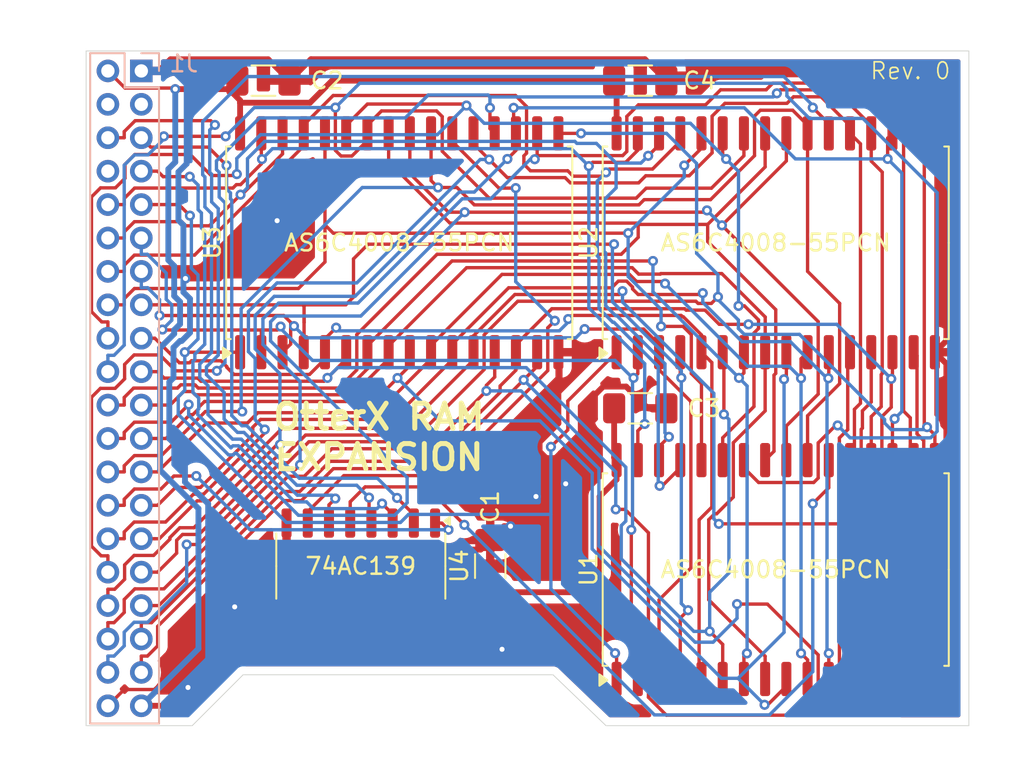
<source format=kicad_pcb>
(kicad_pcb (version 20240108) (generator "pcbnew") (generator_version "8.0")
  (layers (0 "F.Cu" signal) (31 "B.Cu" signal) (34 "B.Paste" user) (35 "F.Paste" user) (36 "B.SilkS" user "B.Silkscreen") (37 "F.SilkS" user "F.Silkscreen") (38 "B.Mask" user) (39 "F.Mask" user) (44 "Edge.Cuts" user))
  (net 0 "")
  (net 1 "GND")
  (net 2 "+5V")
  (net 3 "/A5")
  (net 4 "/A2")
  (net 5 "/RAMBA14")
  (net 6 "/RAMBA16")
  (net 7 "/D1")
  (net 8 "/A0")
  (net 9 "/A6")
  (net 10 "/A12")
  (net 11 "/A3")
  (net 12 "/D6")
  (net 13 "/D0")
  (net 14 "/~{RWB}")
  (net 15 "/~{BRAMEN}")
  (net 16 "/D7")
  (net 17 "/D4")
  (net 18 "/D5")
  (net 19 "/RAMBA18")
  (net 20 "/D2")
  (net 21 "/RAMBA20")
  (net 23 "/~{WE}")
  (net 24 "/A11")
  (net 25 "/D3")
  (net 27 "/A10")
  (net 28 "/RAMBA13")
  (net 29 "/A4")
  (net 30 "/~{BRAMEN0}")
  (net 31 "/A1")
  (net 32 "/A7")
  (net 33 "/A8")
  (net 34 "/RAMBA19")
  (net 35 "/RAMBA17")
  (net 36 "/A9")
  (net 37 "/~{RE}")
  (net 38 "/RAMBA15")
  (net 39 "/~{BRAMEN1}")
  (net 40 "/~{BRAMEN2}")
  (net 41 "/~{BRAMEN3}")
  (footprint "Package_SO:SSOP-32_11.305x20.495mm_P1.27mm" (layer "F.Cu") (at 119.253 70.412 90)
    (property "Reference" "U2")
    (property "Value" "AS6C4008-55PCN")
  )
  (footprint "Capacitor_SMD:C_1206_3216Metric_Pad1.33x1.80mm_HandSolder" (layer "F.Cu") (at 102.1645 89.7639 90)
    (property "Reference" "C1")
    (property "Value" "100nF")
  )
  (footprint "Capacitor_SMD:C_1206_3216Metric_Pad1.33x1.80mm_HandSolder" (layer "F.Cu") (at 88.5895 60.706)
    (property "Reference" "C2")
    (property "Value" "100nF")
  )
  (footprint "Capacitor_SMD:C_1206_3216Metric_Pad1.33x1.80mm_HandSolder" (layer "F.Cu") (at 111.143 80.318)
    (property "Reference" "C3")
    (property "Value" "100nF")
  )
  (footprint "Package_SO:SO-16_3.9x9.9mm_P1.27mm" (layer "F.Cu") (at 94.4175 89.7639 -90)
    (property "Reference" "U4")
    (property "Value" "74AC139")
  )
  (footprint "Capacitor_SMD:C_1206_3216Metric_Pad1.33x1.80mm_HandSolder" (layer "F.Cu") (at 111.143 60.706)
    (property "Reference" "C4")
    (property "Value" "100nF")
  )
  (footprint "Package_SO:SSOP-32_11.305x20.495mm_P1.27mm" (layer "F.Cu") (at 119.253 89.97 90)
    (property "Reference" "U1")
    (property "Value" "AS6C4008-55PCN")
  )
  (footprint "Package_SO:SSOP-32_11.305x20.495mm_P1.27mm" (layer "F.Cu") (at 96.7175 70.412 90)
    (property "Reference" "U3")
    (property "Value" "AS6C4008-55PCN")
  )
  (footprint "Connector_PinHeader_2.00mm:PinHeader_2x20_P2.00mm_Vertical" (layer "B.Cu") (at 81.28 60.125 180)
    (property "Reference" "J1")
    (property "Value" "RAM Exp Connector")
  )
  (gr_line (start 77.976 99.314) (end 77.978 58.928) (stroke (width 0.05)) (layer "Edge.Cuts"))
  (gr_line (start 130.81 58.928) (end 130.81 79.502) (stroke (width 0.05)) (layer "Edge.Cuts"))
  (gr_line (start 130.81 99.314) (end 109.093 99.314) (stroke (width 0.05)) (layer "Edge.Cuts"))
  (gr_line (start 84.328 99.314) (end 87.376 96.266) (stroke (width 0.05)) (layer "Edge.Cuts"))
  (gr_line (start 130.81 79.502) (end 130.81 99.314) (stroke (width 0.05)) (layer "Edge.Cuts"))
  (gr_line (start 105.918 96.266) (end 109.093 99.314) (stroke (width 0.05)) (layer "Edge.Cuts"))
  (gr_line (start 87.376 96.266) (end 105.918 96.266) (stroke (width 0.05)) (layer "Edge.Cuts"))
  (gr_line (start 77.976 99.314) (end 84.328 99.314) (stroke (width 0.05)) (layer "Edge.Cuts"))
  (gr_line (start 77.978 58.928) (end 130.81 58.928) (stroke (width 0.05)) (layer "Edge.Cuts"))
  (gr_text "Rev. 0" (at 124.841 60.706 0) (layer "F.SilkS") (effects (font (size 1 1) (thickness 0.1)) (justify left bottom)))
  (gr_text "OtterX RAM\nEXPANSION" (at 95.504 82.042 0) (layer "F.SilkS") (effects (font (size 1.5 1.5) (thickness 0.3) (bold yes))))
  (segment (start 106.3717 83.0037) (end 106.68 83.312) (width 0.35) (layer "F.Cu") (net 1))
  (segment (start 127.0429 60.3325) (end 113.079 60.3325) (width 0.35) (layer "F.Cu") (net 1))
  (segment (start 84.074 94.742) (end 84.074 97.028) (width 0.35) (layer "F.Cu") (net 1))
  (segment (start 129.4652 77.6492) (end 129.4652 95.8328) (width 0.35) (layer "F.Cu") (net 1))
  (segment (start 102.1645 88.2014) (end 102.9899 87.376) (width 0.35) (layer "F.Cu") (net 1))
  (segment (start 82.3317 60.125) (end 83.0284 59.4283) (width 0.35) (layer "F.Cu") (net 1))
  (segment (start 101.5891 88.7768) (end 90.1033 88.7768) (width 0.35) (layer "F.Cu") (net 1))
  (segment (start 104.902 85.598) (end 104.902 85.4639) (width 0.35) (layer "F.Cu") (net 1))
  (segment (start 104.7679 85.598) (end 104.902 85.598) (width 0.35) (layer "F.Cu") (net 1))
  (segment (start 111.5984 80.318) (end 112.7055 80.318) (width 0.35) (layer "F.Cu") (net 1))
  (segment (start 128.778 76.962) (end 129.4636 76.2764) (width 0.35) (layer "F.Cu") (net 1))
  (segment (start 105.515 84.8509) (end 105.515 83.2999) (width 0.35) (layer "F.Cu") (net 1))
  (segment (start 89.9725 88.646) (end 89.9725 89.9567) (width 0.35) (layer "F.Cu") (net 1))
  (segment (start 106.2425 76.962) (end 106.2425 81.219) (width 0.35) (layer "F.Cu") (net 1))
  (segment (start 110.2992 79.0188) (end 111.5984 80.318) (width 0.35) (layer "F.Cu") (net 1))
  (segment (start 85.9477 72.5483) (end 89.408 69.088) (width 0.35) (layer "F.Cu") (net 1))
  (segment (start 105.515 83.2999) (end 106.0755 83.2999) (width 0.35) (layer "F.Cu") (net 1))
  (segment (start 112.7055 60.706) (end 111.424 59.4245) (width 0.35) (layer "F.Cu") (net 1))
  (segment (start 129.4652 95.8328) (end 128.778 96.52) (width 0.35) (layer "F.Cu") (net 1))
  (segment (start 86.868 91.186) (end 86.868 92.202) (width 0.35) (layer "F.Cu") (net 1))
  (segment (start 83.952 97.15) (end 84.074 97.028) (width 0.2) (layer "F.Cu") (net 1))
  (segment (start 90.1033 88.7768) (end 89.9725 88.646) (width 0.35) (layer "F.Cu") (net 1))
  (segment (start 85.09 93.726) (end 84.074 94.742) (width 0.35) (layer "F.Cu") (net 1))
  (segment (start 103.378 87.376) (end 103.378 86.9879) (width 0.35) (layer "F.Cu") (net 1))
  (segment (start 83.0284 59.4283) (end 88.8743 59.4283) (width 0.35) (layer "F.Cu") (net 1))
  (segment (start 102.9899 87.376) (end 103.378 87.376) (width 0.35) (layer "F.Cu") (net 1))
  (segment (start 91.4335 59.4245) (end 90.152 60.706) (width 0.35) (layer "F.Cu") (net 1))
  (segment (start 128.778 76.962) (end 129.4652 77.6492) (width 0.35) (layer "F.Cu") (net 1))
  (segment (start 89.5836 90.3456) (end 87.7084 90.3456) (width 0.35) (layer "F.Cu") (net 1))
  (segment (start 106.0755 83.2999) (end 106.3717 83.0037) (width 0.35) (layer "F.Cu") (net 1))
  (segment (start 108.4329 79.5109) (end 108.925 79.0188) (width 0.35) (layer "F.Cu") (net 1))
  (segment (start 105.1185 82.343) (end 105.1185 82.9034) (width 0.35) (layer "F.Cu") (net 1))
  (segment (start 105.1185 82.9034) (end 105.515 83.2999) (width 0.35) (layer "F.Cu") (net 1))
  (segment (start 89.9725 87.1889) (end 89.9725 88.646) (width 0.35) (layer "F.Cu") (net 1))
  (segment (start 81.28 60.125) (end 82.3317 60.125) (width 0.35) (layer "F.Cu") (net 1))
  (segment (start 106.68 83.312) (end 106.68 84.836) (width 0.35) (layer "F.Cu") (net 1))
  (segment (start 106.3717 83.0037) (end 108.4329 80.9425) (width 0.35) (layer "F.Cu") (net 1))
  (segment (start 102.1645 88.2014) (end 101.5891 88.7768) (width 0.35) (layer "F.Cu") (net 1))
  (segment (start 111.424 59.4245) (end 91.4335 59.4245) (width 0.35) (layer "F.Cu") (net 1))
  (segment (start 83.9228 72.5483) (end 85.9477 72.5483) (width 0.35) (layer "F.Cu") (net 1))
  (segment (start 106.2425 81.219) (end 105.1185 82.343) (width 0.35) (layer "F.Cu") (net 1))
  (segment (start 80.255 97.15) (end 83.952 97.15) (width 0.2) (layer "F.Cu") (net 1))
  (segment (start 108.4329 80.9425) (end 108.4329 79.5109) (width 0.35) (layer "F.Cu") (net 1))
  (segment (start 103.378 86.9879) (end 104.7679 85.598) (width 0.35) (layer "F.Cu") (net 1))
  (segment (start 85.598 93.726) (end 85.09 93.726) (width 0.35) (layer "F.Cu") (net 1))
  (segment (start 87.7084 90.3456) (end 86.868 91.186) (width 0.35) (layer "F.Cu") (net 1))
  (segment (start 108.925 79.0188) (end 110.2992 79.0188) (width 0.35) (layer "F.Cu") (net 1))
  (segment (start 89.9725 89.9567) (end 89.5836 90.3456) (width 0.35) (layer "F.Cu") (net 1))
  (segment (start 79.28 98.125) (end 80.255 97.15) (width 0.2) (layer "F.Cu") (net 1))
  (segment (start 113.079 60.3325) (end 112.7055 60.706) (width 0.35) (layer "F.Cu") (net 1))
  (segment (start 88.8743 59.4283) (end 90.152 60.706) (width 0.35) (layer "F.Cu") (net 1))
  (segment (start 129.4636 62.7532) (end 127.0429 60.3325) (width 0.35) (layer "F.Cu") (net 1))
  (segment (start 86.868 92.456) (end 85.598 93.726) (width 0.35) (layer "F.Cu") (net 1))
  (segment (start 86.868 92.202) (end 86.868 92.456) (width 0.35) (layer "F.Cu") (net 1))
  (segment (start 129.4636 76.2764) (end 129.4636 62.7532) (width 0.35) (layer "F.Cu") (net 1))
  (segment (start 104.902 85.4639) (end 105.515 84.8509) (width 0.35) (layer "F.Cu") (net 1))
  (via (at 106.68 84.836) (size 0.6) (drill 0.3) (layers "F.Cu" "B.Cu") (net 1))
  (via (at 102.87 94.742) (size 0.6) (drill 0.3) (layers "F.Cu" "B.Cu") (net 1))
  (via (at 89.408 69.088) (size 0.6) (drill 0.3) (layers "F.Cu" "B.Cu") (net 1))
  (via (at 104.902 85.598) (size 0.6) (drill 0.3) (layers "F.Cu" "B.Cu") (net 1))
  (via (at 83.9228 72.5483) (size 0.6) (drill 0.3) (layers "F.Cu" "B.Cu") (net 1))
  (via (at 84.074 97.028) (size 0.6) (drill 0.3) (layers "F.Cu" "B.Cu") (net 1))
  (via (at 86.868 92.202) (size 0.6) (drill 0.3) (layers "F.Cu" "B.Cu") (net 1))
  (via (at 103.378 87.376) (size 0.6) (drill 0.3) (layers "F.Cu" "B.Cu") (net 1))
  (segment (start 83.7995 72.644) (end 83.7995 73.3666) (width 0.35) (layer "B.Cu") (net 1))
  (segment (start 83.9951 60.9224) (end 83.9951 65.6806) (width 0.35) (layer "B.Cu") (net 1))
  (segment (start 83.7995 69.3554) (end 83.7995 72.644) (width 0.35) (layer "B.Cu") (net 1))
  (segment (start 83.2051 78.4955) (end 82.9552 78.7454) (width 0.35) (layer "B.Cu") (net 1))
  (segment (start 83.8271 72.644) (end 83.9228 72.5483) (width 0.35) (layer "B.Cu") (net 1))
  (segment (start 83.501 66.1747) (end 83.501 69.0569) (width 0.35) (layer "B.Cu") (net 1))
  (segment (start 81.28 60.125) (end 83.1977 60.125) (width 0.35) (layer "B.Cu") (net 1))
  (segment (start 83.2051 76.6818) (end 83.2051 78.4955) (width 0.35) (layer "B.Cu") (net 1))
  (segment (start 85.2812 86.0315) (end 85.2812 95.8208) (width 0.35) (layer "B.Cu") (net 1))
  (segment (start 86.868 92.202) (end 86.868 93.726) (width 0.35) (layer "B.Cu") (net 1))
  (segment (start 82.9552 78.7454) (end 82.9552 82.1374) (width 0.35) (layer "B.Cu") (net 1))
  (segment (start 83.7995 73.3666) (end 84.1937 73.7608) (width 0.35) (layer "B.Cu") (net 1))
  (segment (start 83.9951 65.6806) (end 83.501 66.1747) (width 0.35) (layer "B.Cu") (net 1))
  (segment (start 84.3806 85.1309) (end 85.2812 86.0315) (width 0.35) (layer "B.Cu") (net 1))
  (segment (start 83.8942 83.0764) (end 83.8942 84.7344) (width 0.35) (layer "B.Cu") (net 1))
  (segment (start 83.7005 76.2853) (end 83.6016 76.2853) (width 0.35) (layer "B.Cu") (net 1))
  (segment (start 83.1977 60.125) (end 83.9951 60.9224) (width 0.35) (layer "B.Cu") (net 1))
  (segment (start 82.9552 82.1374) (end 83.8942 83.0764) (width 0.35) (layer "B.Cu") (net 1))
  (segment (start 86.868 93.726) (end 87.884 94.742) (width 0.35) (layer "B.Cu") (net 1))
  (segment (start 83.501 69.0569) (end 83.7995 69.3554) (width 0.35) (layer "B.Cu") (net 1))
  (segment (start 84.1937 75.7921) (end 83.7005 76.2853) (width 0.35) (layer "B.Cu") (net 1))
  (segment (start 87.884 94.742) (end 102.87 94.742) (width 0.35) (layer "B.Cu") (net 1))
  (segment (start 85.2812 95.8208) (end 84.074 97.028) (width 0.35) (layer "B.Cu") (net 1))
  (segment (start 83.7995 72.644) (end 83.8271 72.644) (width 0.35) (layer "B.Cu") (net 1))
  (segment (start 84.1937 73.7608) (end 84.1937 75.7921) (width 0.35) (layer "B.Cu") (net 1))
  (segment (start 84.2907 85.1309) (end 84.3806 85.1309) (width 0.35) (layer "B.Cu") (net 1))
  (segment (start 83.6016 76.2853) (end 83.2051 76.6818) (width 0.35) (layer "B.Cu") (net 1))
  (segment (start 83.8942 84.7344) (end 84.2907 85.1309) (width 0.35) (layer "B.Cu") (net 1))
  (segment (start 87.1925 62.0284) (end 91.3752 62.0284) (width 0.35) (layer "F.Cu") (net 2))
  (segment (start 109.728 84.582) (end 109.728 83.42) (width 0.35) (layer "F.Cu") (net 2))
  (segment (start 92.6976 60.706) (end 109.5805 60.706) (width 0.35) (layer "F.Cu") (net 2))
  (segment (start 97.5925 92.3389) (end 98.8625 92.3389) (width 0.35) (layer "F.Cu") (net 2))
  (segment (start 108.712 90.17) (end 108.712 85.598) (width 0.35) (layer "F.Cu") (net 2))
  (segment (start 93.7561 94.0676) (end 88.0147 94.0676) (width 0.35) (layer "F.Cu") (net 2))
  (segment (start 109.728 60.8535) (end 109.728 63.862) (width 0.35) (layer "F.Cu") (net 2))
  (segment (start 87.1925 61.8875) (end 87.1925 62.0284) (width 0.35) (layer "F.Cu") (net 2))
  (segment (start 88.0147 94.0676) (end 83.9573 98.125) (width 0.35) (layer "F.Cu") (net 2))
  (segment (start 86.519 61.214) (end 87.1925 61.8875) (width 0.35) (layer "F.Cu") (net 2))
  (segment (start 102.1645 91.3264) (end 102.1645 90.9835) (width 0.35) (layer "F.Cu") (net 2))
  (segment (start 80.305 61.15) (end 83.248 61.15) (width 0.2) (layer "F.Cu") (net 2))
  (segment (start 95.0525 92.7712) (end 93.7561 94.0676) (width 0.35) (layer "F.Cu") (net 2))
  (segment (start 95.0525 92.3389) (end 95.0525 92.7712) (width 0.35) (layer "F.Cu") (net 2))
  (segment (start 96.3225 92.3389) (end 95.0525 92.3389) (width 0.35) (layer "F.Cu") (net 2))
  (segment (start 83.248 61.15) (end 83.312 61.214) (width 0.2) (layer "F.Cu") (net 2))
  (segment (start 79.28 60.125) (end 80.305 61.15) (width 0.2) (layer "F.Cu") (net 2))
  (segment (start 108.712 85.598) (end 109.728 84.582) (width 0.35) (layer "F.Cu") (net 2))
  (segment (start 109.728 83.42) (end 109.5805 83.2725) (width 0.35) (layer "F.Cu") (net 2))
  (segment (start 91.3752 62.0284) (end 92.6976 60.706) (width 0.35) (layer "F.Cu") (net 2))
  (segment (start 87.1925 62.0284) (end 87.1925 63.862) (width 0.35) (layer "F.Cu") (net 2))
  (segment (start 107.5556 91.3264) (end 108.712 90.17) (width 0.35) (layer "F.Cu") (net 2))
  (segment (start 102.1645 91.3264) (end 107.5556 91.3264) (width 0.35) (layer "F.Cu") (net 2))
  (segment (start 101.152 92.3389) (end 102.1645 91.3264) (width 0.35) (layer "F.Cu") (net 2))
  (segment (start 86.519 61.214) (end 83.312 61.214) (width 0.35) (layer "F.Cu") (net 2))
  (segment (start 109.5805 60.706) (end 109.728 60.8535) (width 0.35) (layer "F.Cu") (net 2))
  (segment (start 83.9573 98.125) (end 81.28 98.125) (width 0.35) (layer "F.Cu") (net 2))
  (segment (start 98.8625 92.3389) (end 101.152 92.3389) (width 0.35) (layer "F.Cu") (net 2))
  (segment (start 97.5925 92.3389) (end 96.3225 92.3389) (width 0.35) (layer "F.Cu") (net 2))
  (segment (start 87.027 60.706) (end 86.519 61.214) (width 0.35) (layer "F.Cu") (net 2))
  (segment (start 109.5805 83.2725) (end 109.5805 80.318) (width 0.35) (layer "F.Cu") (net 2))
  (via (at 83.312 61.214) (size 0.6) (drill 0.3) (layers "F.Cu" "B.Cu") (net 2))
  (segment (start 82.4035 84.0239) (end 84.6999 86.3203) (width 0.35) (layer "B.Cu") (net 2))
  (segment (start 83.2478 73.5951) (end 83.5993 73.9466) (width 0.35) (layer "B.Cu") (net 2))
  (segment (start 83.312 65.5835) (end 82.8974 65.9981) (width 0.35) (layer "B.Cu") (net 2))
  (segment (start 82.8974 65.9981) (end 82.8974 71.4459) (width 0.35) (layer "B.Cu") (net 2))
  (segment (start 83.5993 73.9466) (end 83.5993 75.2774) (width 0.35) (layer "B.Cu") (net 2))
  (segment (start 83.2478 75.6289) (end 83.2478 75.8589) (width 0.35) (layer "B.Cu") (net 2))
  (segment (start 83.5993 75.2774) (end 83.2478 75.6289) (width 0.35) (layer "B.Cu") (net 2))
  (segment (start 84.6999 94.7051) (end 81.28 98.125) (width 0.35) (layer "B.Cu") (net 2))
  (segment (start 82.4035 76.7032) (end 82.4035 84.0239) (width 0.35) (layer "B.Cu") (net 2))
  (segment (start 83.2478 71.7963) (end 83.2478 73.5951) (width 0.35) (layer "B.Cu") (net 2))
  (segment (start 83.2478 75.8589) (end 82.4035 76.7032) (width 0.35) (layer "B.Cu") (net 2))
  (segment (start 84.6999 86.3203) (end 84.6999 94.7051) (width 0.35) (layer "B.Cu") (net 2))
  (segment (start 83.312 61.214) (end 83.312 65.5835) (width 0.35) (layer "B.Cu") (net 2))
  (segment (start 82.8974 71.4459) (end 83.2478 71.7963) (width 0.35) (layer "B.Cu") (net 2))
  (segment (start 83.0003 80.125) (end 82.2567 80.125) (width 0.2) (layer "F.Cu") (net 3))
  (segment (start 117.348 96.52) (end 117.348 95.1644) (width 0.2) (layer "F.Cu") (net 3))
  (segment (start 84.504 79.5084) (end 84.3096 79.314) (width 0.2) (layer "F.Cu") (net 3))
  (segment (start 93.2578 79.5084) (end 84.504 79.5084) (width 0.2) (layer "F.Cu") (net 3))
  (segment (start 84.3096 79.314) (end 83.8113 79.314) (width 0.2) (layer "F.Cu") (net 3))
  (segment (start 117.348 95.1644) (end 117.5259 94.9865) (width 0.2) (layer "F.Cu") (net 3))
  (segment (start 117.348 76.962) (end 117.348 78.1999) (width 0.2) (layer "F.Cu") (net 3))
  (segment (start 94.8125 76.962) (end 94.8125 77.9537) (width 0.2) (layer "F.Cu") (net 3))
  (segment (start 94.8125 76.962) (end 94.8125 76.5641) (width 0.2) (layer "F.Cu") (net 3))
  (segment (start 94.8125 76.5641) (end 99.8763 71.5003) (width 0.2) (layer "F.Cu") (net 3))
  (segment (start 81.28 80.125) (end 82.2567 80.125) (width 0.2) (layer "F.Cu") (net 3))
  (segment (start 117.348 78.1999) (end 117.0514 78.4965) (width 0.2) (layer "F.Cu") (net 3))
  (segment (start 99.8763 71.5003) (end 111.9031 71.5003) (width 0.2) (layer "F.Cu") (net 3))
  (segment (start 83.8113 79.314) (end 83.0003 80.125) (width 0.2) (layer "F.Cu") (net 3))
  (segment (start 94.8125 77.9537) (end 93.2578 79.5084) (width 0.2) (layer "F.Cu") (net 3))
  (via (at 111.9031 71.5003) (size 0.6) (drill 0.3) (layers "F.Cu" "B.Cu") (net 3))
  (via (at 117.5259 94.9865) (size 0.6) (drill 0.3) (layers "F.Cu" "B.Cu") (net 3))
  (via (at 117.0514 78.4965) (size 0.6) (drill 0.3) (layers "F.Cu" "B.Cu") (net 3))
  (segment (start 117.5384 78.9835) (end 117.0514 78.4965) (width 0.2) (layer "B.Cu") (net 3))
  (segment (start 117.5259 94.9865) (end 117.5384 94.974) (width 0.2) (layer "B.Cu") (net 3))
  (segment (start 117.0514 78.4944) (end 111.9031 73.3461) (width 0.2) (layer "B.Cu") (net 3))
  (segment (start 117.5384 94.974) (end 117.5384 78.9835) (width 0.2) (layer "B.Cu") (net 3))
  (segment (start 111.9031 73.3461) (end 111.9031 71.5003) (width 0.2) (layer "B.Cu") (net 3))
  (segment (start 117.0514 78.4965) (end 117.0514 78.4944) (width 0.2) (layer "B.Cu") (net 3))
  (segment (start 98.6225 76.5477) (end 98.6225 76.962) (width 0.2) (layer "F.Cu") (net 4))
  (segment (start 121.158 95.3736) (end 120.7671 94.9827) (width 0.2) (layer "F.Cu") (net 4))
  (segment (start 121.158 76.962) (end 120.7671 77.3529) (width 0.2) (layer "F.Cu") (net 4))
  (segment (start 87.9521 81.9239) (end 84.8201 85.0559) (width 0.2) (layer "F.Cu") (net 4))
  (segment (start 112.5009 72.7288) (end 110.9204 72.7288) (width 0.2) (layer "F.Cu") (net 4))
  (segment (start 88.4192 80.9839) (end 87.9521 81.451) (width 0.2) (layer "F.Cu") (net 4))
  (segment (start 81.28 86.125) (end 82.2567 86.125) (width 0.2) (layer "F.Cu") (net 4))
  (segment (start 120.7671 77.3529) (end 120.7671 78.5196) (width 0.2) (layer "F.Cu") (net 4))
  (segment (start 95.0028 80.9839) (end 88.4192 80.9839) (width 0.2) (layer "F.Cu") (net 4))
  (segment (start 110.4953 72.3037) (end 102.8665 72.3037) (width 0.2) (layer "F.Cu") (net 4))
  (segment (start 121.158 96.52) (end 121.158 95.3736) (width 0.2) (layer "F.Cu") (net 4))
  (segment (start 112.6271 72.855) (end 112.5009 72.7288) (width 0.2) (layer "F.Cu") (net 4))
  (segment (start 87.9521 81.451) (end 87.9521 81.9239) (width 0.2) (layer "F.Cu") (net 4))
  (segment (start 84.8201 85.0559) (end 83.3258 85.0559) (width 0.2) (layer "F.Cu") (net 4))
  (segment (start 110.9204 72.7288) (end 110.4953 72.3037) (width 0.2) (layer "F.Cu") (net 4))
  (segment (start 102.8665 72.3037) (end 98.6225 76.5477) (width 0.2) (layer "F.Cu") (net 4))
  (segment (start 98.6225 76.962) (end 98.6225 77.3642) (width 0.2) (layer "F.Cu") (net 4))
  (segment (start 83.3258 85.0559) (end 82.2567 86.125) (width 0.2) (layer "F.Cu") (net 4))
  (segment (start 98.6225 77.3642) (end 95.0028 80.9839) (width 0.2) (layer "F.Cu") (net 4))
  (via (at 112.6271 72.855) (size 0.6) (drill 0.3) (layers "F.Cu" "B.Cu") (net 4))
  (via (at 120.7671 78.5196) (size 0.6) (drill 0.3) (layers "F.Cu" "B.Cu") (net 4))
  (via (at 120.7671 94.9827) (size 0.6) (drill 0.3) (layers "F.Cu" "B.Cu") (net 4))
  (segment (start 120.0473 77.7998) (end 120.7671 78.5196) (width 0.2) (layer "B.Cu") (net 4))
  (segment (start 120.7671 78.5196) (end 120.7671 94.9827) (width 0.2) (layer "B.Cu") (net 4))
  (segment (start 112.6271 72.855) (end 117.5719 77.7998) (width 0.2) (layer "B.Cu") (net 4))
  (segment (start 117.5719 77.7998) (end 120.0473 77.7998) (width 0.2) (layer "B.Cu") (net 4))
  (segment (start 112.268 78.0112) (end 114.173 79.9162) (width 0.2) (layer "F.Cu") (net 5))
  (segment (start 112.268 76.4952) (end 111.348 75.5752) (width 0.2) (layer "F.Cu") (net 5))
  (segment (start 90.2194 75.398) (end 90.2194 75.1759) (width 0.2) (layer "F.Cu") (net 5))
  (segment (start 90.2194 75.398) (end 90.4195 75.398) (width 0.2) (layer "F.Cu") (net 5))
  (segment (start 90.2194 76.4751) (end 90.2194 75.398) (width 0.2) (layer "F.Cu") (net 5))
  (segment (start 90.2194 75.1759) (end 89.8085 74.765) (width 0.2) (layer "F.Cu") (net 5))
  (segment (start 114.173 89.8807) (end 112.268 91.7857) (width 0.2) (layer "F.Cu") (net 5))
  (segment (start 89.8085 74.765) (end 82.3694 74.765) (width 0.2) (layer "F.Cu") (net 5))
  (segment (start 111.348 75.5752) (end 107.8138 75.5752) (width 0.2) (layer "F.Cu") (net 5))
  (segment (start 112.268 76.962) (end 112.268 78.0112) (width 0.2) (layer "F.Cu") (net 5))
  (segment (start 114.173 79.9162) (end 114.173 89.8807) (width 0.2) (layer "F.Cu") (net 5))
  (segment (start 112.268 76.962) (end 112.268 76.4952) (width 0.2) (layer "F.Cu") (net 5))
  (segment (start 89.7325 76.962) (end 90.2194 76.4751) (width 0.2) (layer "F.Cu") (net 5))
  (segment (start 112.268 91.7857) (end 112.268 96.52) (width 0.2) (layer "F.Cu") (net 5))
  (via (at 107.8138 75.5752) (size 0.6) (drill 0.3) (layers "F.Cu" "B.Cu") (net 5))
  (via (at 82.3694 74.765) (size 0.6) (drill 0.3) (layers "F.Cu" "B.Cu") (net 5))
  (via (at 90.4195 75.398) (size 0.6) (drill 0.3) (layers "F.Cu" "B.Cu") (net 5))
  (segment (start 81.66 73.1017) (end 82.3694 73.8111) (width 0.2) (layer "B.Cu") (net 5))
  (segment (start 81.28 73.1017) (end 81.66 73.1017) (width 0.2) (layer "B.Cu") (net 5))
  (segment (start 82.3694 73.8111) (end 82.3694 74.765) (width 0.2) (layer "B.Cu") (net 5))
  (segment (start 91.1202 76.0987) (end 107.2903 76.0987) (width 0.2) (layer "B.Cu") (net 5))
  (segment (start 81.28 72.125) (end 81.28 73.1017) (width 0.2) (layer "B.Cu") (net 5))
  (segment (start 107.2903 76.0987) (end 107.8138 75.5752) (width 0.2) (layer "B.Cu") (net 5))
  (segment (start 90.4195 75.398) (end 91.1202 76.0987) (width 0.2) (layer "B.Cu") (net 5))
  (segment (start 110.6072 87.5915) (end 110.6072 96.1292) (width 0.2) (layer "F.Cu") (net 6))
  (segment (start 89.4112 75.6316) (end 89.6177 75.4251) (width 0.2) (layer "F.Cu") (net 6))
  (segment (start 88.4625 75.6316) (end 82.571 75.6316) (width 0.2) (layer "F.Cu") (net 6))
  (segment (start 110.998 78.2408) (end 110.7411 78.4977) (width 0.2) (layer "F.Cu") (net 6))
  (segment (start 110.998 76.962) (end 110.998 78.2408) (width 0.2) (layer "F.Cu") (net 6))
  (segment (start 110.6072 96.1292) (end 110.998 96.52) (width 0.2) (layer "F.Cu") (net 6))
  (segment (start 82.571 75.6316) (end 82.5444 75.605) (width 0.2) (layer "F.Cu") (net 6))
  (segment (start 88.4625 75.6316) (end 88.4625 76.962) (width 0.2) (layer "F.Cu") (net 6))
  (segment (start 88.4625 75.6316) (end 89.4112 75.6316) (width 0.2) (layer "F.Cu") (net 6))
  (via (at 110.6072 87.5915) (size 0.6) (drill 0.3) (layers "F.Cu" "B.Cu") (net 6))
  (via (at 110.7411 78.4977) (size 0.6) (drill 0.3) (layers "F.Cu" "B.Cu") (net 6))
  (via (at 82.5444 75.605) (size 0.6) (drill 0.3) (layers "F.Cu" "B.Cu") (net 6))
  (via (at 89.6177 75.4251) (size 0.6) (drill 0.3) (layers "F.Cu" "B.Cu") (net 6))
  (segment (start 110.6809 78.4977) (end 110.7411 78.4977) (width 0.2) (layer "B.Cu") (net 6))
  (segment (start 91.5303 77.4544) (end 89.6177 75.5418) (width 0.2) (layer "B.Cu") (net 6))
  (segment (start 110.6809 87.5178) (end 110.6072 87.5915) (width 0.2) (layer "B.Cu") (net 6))
  (segment (start 89.6177 75.5418) (end 89.6177 75.4251) (width 0.2) (layer "B.Cu") (net 6))
  (segment (start 110.6809 78.4977) (end 110.6809 87.5178) (width 0.2) (layer "B.Cu") (net 6))
  (segment (start 82.7711 73.7925) (end 83.1025 74.1239) (width 0.2) (layer "B.Cu") (net 6))
  (segment (start 110.6809 78.4977) (end 109.6376 77.4544) (width 0.2) (layer "B.Cu") (net 6))
  (segment (start 83.1025 75.0469) (end 82.5444 75.605) (width 0.2) (layer "B.Cu") (net 6))
  (segment (start 81.28 71.1017) (end 81.6433 71.1017) (width 0.2) (layer "B.Cu") (net 6))
  (segment (start 109.6376 77.4544) (end 91.5303 77.4544) (width 0.2) (layer "B.Cu") (net 6))
  (segment (start 82.7711 72.2295) (end 82.7711 73.7925) (width 0.2) (layer "B.Cu") (net 6))
  (segment (start 81.28 70.125) (end 81.28 71.1017) (width 0.2) (layer "B.Cu") (net 6))
  (segment (start 83.1025 74.1239) (end 83.1025 75.0469) (width 0.2) (layer "B.Cu") (net 6))
  (segment (start 81.6433 71.1017) (end 82.7711 72.2295) (width 0.2) (layer "B.Cu") (net 6))
  (segment (start 126.238 96.52) (end 125.6057 95.8877) (width 0.2) (layer "F.Cu") (net 7))
  (segment (start 115.0226 74.4434) (end 115.8713 75.2921) (width 0.2) (layer "F.Cu") (net 7))
  (segment (start 126.1655 80.2547) (end 126.1655 78.5543) (width 0.2) (layer "F.Cu") (net 7))
  (segment (start 126.238 78.4818) (end 126.238 76.962) (width 0.2) (layer "F.Cu") (net 7))
  (segment (start 90.7633 85.2991) (end 92.5708 83.4916) (width 0.2) (layer "F.Cu") (net 7))
  (segment (start 105.851 74.3583) (end 113.8047 74.3583) (width 0.2) (layer "F.Cu") (net 7))
  (segment (start 113.8047 74.3583) (end 113.8898 74.4434) (width 0.2) (layer "F.Cu") (net 7))
  (segment (start 98.6263 83.4916) (end 102.7545 79.3634) (width 0.2) (layer "F.Cu") (net 7))
  (segment (start 103.7025 76.5068) (end 105.851 74.3583) (width 0.2) (layer "F.Cu") (net 7))
  (segment (start 115.8713 75.2921) (end 117.6195 75.2921) (width 0.2) (layer "F.Cu") (net 7))
  (segment (start 81.28 94.125) (end 81.28 93.1483) (width 0.2) (layer "F.Cu") (net 7))
  (segment (start 113.8898 74.4434) (end 115.0226 74.4434) (width 0.2) (layer "F.Cu") (net 7))
  (segment (start 81.893 93.1483) (end 89.7422 85.2991) (width 0.2) (layer "F.Cu") (net 7))
  (segment (start 89.7422 85.2991) (end 90.7633 85.2991) (width 0.2) (layer "F.Cu") (net 7))
  (segment (start 103.7025 76.962) (end 103.7025 76.5068) (width 0.2) (layer "F.Cu") (net 7))
  (segment (start 102.7545 79.3634) (end 102.7545 78.9837) (width 0.2) (layer "F.Cu") (net 7))
  (segment (start 125.6057 95.8877) (end 125.6057 80.8145) (width 0.2) (layer "F.Cu") (net 7))
  (segment (start 126.1655 78.5543) (end 126.238 78.4818) (width 0.2) (layer "F.Cu") (net 7))
  (segment (start 81.28 93.1483) (end 81.893 93.1483) (width 0.2) (layer "F.Cu") (net 7))
  (segment (start 125.6057 80.8145) (end 126.1655 80.2547) (width 0.2) (layer "F.Cu") (net 7))
  (segment (start 92.5708 83.4916) (end 98.6263 83.4916) (width 0.2) (layer "F.Cu") (net 7))
  (segment (start 102.7545 78.9837) (end 103.7025 78.0357) (width 0.2) (layer "F.Cu") (net 7))
  (segment (start 103.7025 78.0357) (end 103.7025 76.962) (width 0.2) (layer "F.Cu") (net 7))
  (via (at 117.6195 75.2921) (size 0.6) (drill 0.3) (layers "F.Cu" "B.Cu") (net 7))
  (via (at 126.1655 78.5543) (size 0.6) (drill 0.3) (layers "F.Cu" "B.Cu") (net 7))
  (segment (start 122.9033 75.2921) (end 126.1655 78.5543) (width 0.2) (layer "B.Cu") (net 7))
  (segment (start 117.6195 75.2921) (end 122.9033 75.2921) (width 0.2) (layer "B.Cu") (net 7))
  (segment (start 101.1625 75.9798) (end 101.1625 76.962) (width 0.2) (layer "F.Cu") (net 8))
  (segment (start 91.1137 81.9185) (end 96.6807 81.9185) (width 0.2) (layer "F.Cu") (net 8))
  (segment (start 123.063 87.2339) (end 123.063 82.0911) (width 0.2) (layer "F.Cu") (net 8))
  (segment (start 123.5614 77.0986) (end 123.698 76.962) (width 0.2) (layer "F.Cu") (net 8))
  (segment (start 96.6807 81.9185) (end 101.1625 77.4367) (width 0.2) (layer "F.Cu") (net 8))
  (segment (start 123.698 96.52) (end 123.063 95.885) (width 0.2) (layer "F.Cu") (net 8))
  (segment (start 123.5614 81.5927) (end 123.5614 77.0986) (width 0.2) (layer "F.Cu") (net 8))
  (segment (start 103.6351 73.5072) (end 101.1625 75.9798) (width 0.2) (layer "F.Cu") (net 8))
  (segment (start 83.3941 88.9876) (end 83.3941 88.2215) (width 0.2) (layer "F.Cu") (net 8))
  (segment (start 123.063 87.2339) (end 115.8467 87.2339) (width 0.2) (layer "F.Cu") (net 8))
  (segment (start 84.7274 87.8689) (end 89.4146 83.1817) (width 0.2) (layer "F.Cu") (net 8))
  (segment (start 109.8797 73.5072) (end 103.6351 73.5072) (width 0.2) (layer "F.Cu") (net 8))
  (segment (start 89.4146 83.1817) (end 89.8505 83.1817) (width 0.2) (layer "F.Cu") (net 8))
  (segment (start 123.063 82.0911) (end 123.5614 81.5927) (width 0.2) (layer "F.Cu") (net 8))
  (segment (start 89.8505 83.1817) (end 91.1137 81.9185) (width 0.2) (layer "F.Cu") (net 8))
  (segment (start 110.0798 73.3071) (end 109.8797 73.5072) (width 0.2) (layer "F.Cu") (net 8))
  (segment (start 83.3941 88.2215) (end 83.7467 87.8689) (width 0.2) (layer "F.Cu") (net 8))
  (segment (start 123.063 95.885) (end 123.063 87.2339) (width 0.2) (layer "F.Cu") (net 8))
  (segment (start 81.28 90.125) (end 82.2567 90.125) (width 0.2) (layer "F.Cu") (net 8))
  (segment (start 82.2567 90.125) (end 83.3941 88.9876) (width 0.2) (layer "F.Cu") (net 8))
  (segment (start 101.1625 77.4367) (end 101.1625 76.962) (width 0.2) (layer "F.Cu") (net 8))
  (segment (start 83.7467 87.8689) (end 84.7274 87.8689) (width 0.2) (layer "F.Cu") (net 8))
  (via (at 110.0798 73.3071) (size 0.6) (drill 0.3) (layers "F.Cu" "B.Cu") (net 8))
  (via (at 115.8467 87.2339) (size 0.6) (drill 0.3) (layers "F.Cu" "B.Cu") (net 8))
  (segment (start 110.0798 73.9568) (end 110.0798 73.3071) (width 0.2) (layer "B.Cu") (net 8))
  (segment (start 115.5476 86.9348) (end 115.5476 79.4246) (width 0.2) (layer "B.Cu") (net 8))
  (segment (start 115.5476 79.4246) (end 110.0798 73.9568) (width 0.2) (layer "B.Cu") (net 8))
  (segment (start 115.8467 87.2339) (end 115.5476 86.9348) (width 0.2) (layer "B.Cu") (net 8))
  (segment (start 93.5425 76.962) (end 93.5425 77.3742) (width 0.2) (layer "F.Cu") (net 9))
  (segment (start 116.1493 80.683) (end 116.1493 77.0333) (width 0.2) (layer "F.Cu") (net 9))
  (segment (start 116.078 96.52) (end 116.078 94.4512) (width 0.2) (layer "F.Cu") (net 9))
  (segment (start 84.6565 78.5106) (end 82.6423 78.5106) (width 0.2) (layer "F.Cu") (net 9))
  (segment (start 93.5425 77.3742) (end 92.4196 78.4971) (width 0.2) (layer "F.Cu") (net 9))
  (segment (start 81.28 78.125) (end 82.2567 78.125) (width 0.2) (layer "F.Cu") (net 9))
  (segment (start 92.4196 78.4971) (end 92.2177 78.699) (width 0.2) (layer "F.Cu") (net 9))
  (segment (start 92.2177 78.699) (end 84.8449 78.699) (width 0.2) (layer "F.Cu") (net 9))
  (segment (start 84.8449 78.699) (end 84.6565 78.5106) (width 0.2) (layer "F.Cu") (net 9))
  (segment (start 82.6423 78.5106) (end 82.2567 78.125) (width 0.2) (layer "F.Cu") (net 9))
  (segment (start 116.078 94.4512) (end 115.2987 93.6719) (width 0.2) (layer "F.Cu") (net 9))
  (segment (start 116.1493 77.0333) (end 116.078 76.962) (width 0.2) (layer "F.Cu") (net 9))
  (via (at 116.1493 80.683) (size 0.6) (drill 0.3) (layers "F.Cu" "B.Cu") (net 9))
  (via (at 115.2987 93.6719) (size 0.6) (drill 0.3) (layers "F.Cu" "B.Cu") (net 9))
  (via (at 92.4196 78.4971) (size 0.6) (drill 0.3) (layers "F.Cu" "B.Cu") (net 9))
  (segment (start 93.0336 77.8831) (end 104.3191 77.8831) (width 0.2) (layer "B.Cu") (net 9))
  (segment (start 115.2987 91.3263) (end 116.4491 90.1759) (width 0.2) (layer "B.Cu") (net 9))
  (segment (start 114.3517 93.6719) (end 115.2987 93.6719) (width 0.2) (layer "B.Cu") (net 9))
  (segment (start 115.2987 93.6719) (end 115.2987 91.3263) (width 0.2) (layer "B.Cu") (net 9))
  (segment (start 104.3191 77.8831) (end 110.2792 83.8432) (width 0.2) (layer "B.Cu") (net 9))
  (segment (start 110.0055 87.3424) (end 110.0055 89.3257) (width 0.2) (layer "B.Cu") (net 9))
  (segment (start 110.2792 87.0687) (end 110.0055 87.3424) (width 0.2) (layer "B.Cu") (net 9))
  (segment (start 110.2792 83.8432) (end 110.2792 87.0687) (width 0.2) (layer "B.Cu") (net 9))
  (segment (start 110.0055 89.3257) (end 114.3517 93.6719) (width 0.2) (layer "B.Cu") (net 9))
  (segment (start 92.4196 78.4971) (end 93.0336 77.8831) (width 0.2) (layer "B.Cu") (net 9))
  (segment (start 116.4491 80.9828) (end 116.1493 80.683) (width 0.2) (layer "B.Cu") (net 9))
  (segment (start 116.4491 90.1759) (end 116.4491 80.9828) (width 0.2) (layer "B.Cu") (net 9))
  (segment (start 91.0212 75.184) (end 91.0212 74.9218) (width 0.2) (layer "F.Cu") (net 10))
  (segment (start 90.2244 74.125) (end 89.916 74.125) (width 0.2) (layer "F.Cu") (net 10))
  (segment (start 91.0212 76.9433) (end 91.0212 75.184) (width 0.2) (layer "F.Cu") (net 10))
  (segment (start 113.538 78.4275) (end 113.6008 78.4903) (width 0.2) (layer "F.Cu") (net 10))
  (segment (start 93.515 74.125) (end 93.98 73.66) (width 0.2) (layer "F.Cu") (net 10))
  (segment (start 89.916 74.125) (end 90.932 74.125) (width 0.2) (layer "F.Cu") (net 10))
  (segment (start 93.98 71.374) (end 94.8572 70.4968) (width 0.2) (layer "F.Cu") (net 10))
  (segment (start 89.916 74.125) (end 82.2567 74.125) (width 0.2) (layer "F.Cu") (net 10))
  (segment (start 93.98 73.66) (end 93.98 71.374) (width 0.2) (layer "F.Cu") (net 10))
  (segment (start 113.538 96.52) (end 113.538 92.8713) (width 0.2) (layer "F.Cu") (net 10))
  (segment (start 91.0212 75.184) (end 91.0212 74.2142) (width 0.2) (layer "F.Cu") (net 10))
  (segment (start 113.538 76.962) (end 113.538 78.4275) (width 0.2) (layer "F.Cu") (net 10))
  (segment (start 94.8572 70.4968) (end 109.5747 70.4968) (width 0.2) (layer "F.Cu") (net 10))
  (segment (start 113.538 92.8713) (end 114.0055 92.4038) (width 0.2) (layer "F.Cu") (net 10))
  (segment (start 91.0025 76.962) (end 91.0212 76.9433) (width 0.2) (layer "F.Cu") (net 10))
  (segment (start 91.0212 74.2142) (end 90.932 74.125) (width 0.2) (layer "F.Cu") (net 10))
  (segment (start 90.932 74.125) (end 93.515 74.125) (width 0.2) (layer "F.Cu") (net 10))
  (segment (start 81.28 74.125) (end 82.2567 74.125) (width 0.2) (layer "F.Cu") (net 10))
  (via (at 113.6008 78.4903) (size 0.6) (drill 0.3) (layers "F.Cu" "B.Cu") (net 10))
  (via (at 114.0055 92.4038) (size 0.6) (drill 0.3) (layers "F.Cu" "B.Cu") (net 10))
  (via (at 109.5747 70.4968) (size 0.6) (drill 0.3) (layers "F.Cu" "B.Cu") (net 10))
  (segment (start 109.4779 73.9421) (end 109.4779 70.5936) (width 0.2) (layer "B.Cu") (net 10))
  (segment (start 113.6008 78.4903) (end 113.6008 78.065) (width 0.2) (layer "B.Cu") (net 10))
  (segment (start 114.0055 92.4038) (end 113.6008 91.9991) (width 0.2) (layer "B.Cu") (net 10))
  (segment (start 113.6008 78.065) (end 109.4779 73.9421) (width 0.2) (layer "B.Cu") (net 10))
  (segment (start 113.6008 91.9991) (end 113.6008 78.4903) (width 0.2) (layer "B.Cu") (net 10))
  (segment (start 109.4779 70.5936) (end 109.5747 70.4968) (width 0.2) (layer "B.Cu") (net 10))
  (segment (start 88.2529 80.5822) (end 87.636 81.1991) (width 0.2) (layer "F.Cu") (net 11))
  (segment (start 85.1826 81.1991) (end 82.2567 84.125) (width 0.2) (layer "F.Cu") (net 11))
  (segment (start 119.888 96.9495) (end 118.7732 98.0643) (width 0.2) (layer "F.Cu") (net 11))
  (segment (start 81.28 84.125) (end 82.2567 84.125) (width 0.2) (layer "F.Cu") (net 11))
  (segment (start 97.3525 77.7679) (end 96.6137 78.5067) (width 0.2) (layer "F.Cu") (net 11))
  (segment (start 87.636 81.1991) (end 85.1826 81.1991) (width 0.2) (layer "F.Cu") (net 11))
  (segment (start 119.7502 78.5811) (end 119.888 78.4433) (width 0.2) (layer "F.Cu") (net 11))
  (segment (start 97.3525 76.962) (end 97.3525 77.7679) (width 0.2) (layer "F.Cu") (net 11))
  (segment (start 118.7732 98.0643) (end 118.5845 98.0643) (width 0.2) (layer "F.Cu") (net 11))
  (segment (start 94.5382 80.5822) (end 88.2529 80.5822) (width 0.2) (layer "F.Cu") (net 11))
  (segment (start 119.888 78.4433) (end 119.888 76.962) (width 0.2) (layer "F.Cu") (net 11))
  (segment (start 119.888 96.52) (end 119.888 96.9495) (width 0.2) (layer "F.Cu") (net 11))
  (segment (start 96.6137 78.5067) (end 94.5382 80.5822) (width 0.2) (layer "F.Cu") (net 11))
  (via (at 119.7502 78.5811) (size 0.6) (drill 0.3) (layers "F.Cu" "B.Cu") (net 11))
  (via (at 96.6137 78.5067) (size 0.6) (drill 0.3) (layers "F.Cu" "B.Cu") (net 11))
  (via (at 118.5845 98.0643) (size 0.6) (drill 0.3) (layers "F.Cu" "B.Cu") (net 11))
  (segment (start 105.141 81.0705) (end 108.2662 84.1957) (width 0.2) (layer "B.Cu") (net 11))
  (segment (start 99.1775 81.0705) (end 105.141 81.0705) (width 0.2) (layer "B.Cu") (net 11))
  (segment (start 108.2662 88.7384) (end 116.0072 96.4794) (width 0.2) (layer "B.Cu") (net 11))
  (segment (start 108.2662 84.1957) (end 108.2662 88.7384) (width 0.2) (layer "B.Cu") (net 11))
  (segment (start 116.9996 96.4794) (end 119.7502 93.7288) (width 0.2) (layer "B.Cu") (net 11))
  (segment (start 116.9996 96.4794) (end 118.5845 98.0643) (width 0.2) (layer "B.Cu") (net 11))
  (segment (start 96.6137 78.5067) (end 99.1775 81.0705) (width 0.2) (layer "B.Cu") (net 11))
  (segment (start 119.7502 93.7288) (end 119.7502 78.5811) (width 0.2) (layer "B.Cu") (net 11))
  (segment (start 116.0072 96.4794) (end 116.9996 96.4794) (width 0.2) (layer "B.Cu") (net 11))
  (segment (start 78.2965 79.6613) (end 78.8328 79.125) (width 0.2) (layer "F.Cu") (net 12))
  (segment (start 102.4325 63.862) (end 102.1475 63.577) (width 0.2) (layer "F.Cu") (net 12))
  (segment (start 125.6262 78.2428) (end 125.5638 78.3052) (width 0.2) (layer "F.Cu") (net 12))
  (segment (start 79.28 89.1483) (end 78.8752 89.1483) (width 0.2) (layer "F.Cu") (net 12))
  (segment (start 80.8473 77.125) (end 82.3927 77.125) (width 0.2) (layer "F.Cu") (net 12))
  (segment (start 125.5638 80.2211) (end 124.968 80.8169) (width 0.2) (layer "F.Cu") (net 12))
  (segment (start 119.5282 61.2556) (end 119.9719 61.2556) (width 0.2) (layer "F.Cu") (net 12))
  (segment (start 78.8328 79.125) (end 79.7127 79.125) (width 0.2) (layer "F.Cu") (net 12))
  (segment (start 83.3445 78.0768) (end 85.7996 78.0768) (width 0.2) (layer "F.Cu") (net 12))
  (segment (start 124.968 80.8169) (end 124.968 83.42) (width 0.2) (layer "F.Cu") (net 12))
  (segment (start 122.8303 61.2571) (end 124.968 63.3948) (width 0.2) (layer "F.Cu") (net 12))
  (segment (start 79.28 90.125) (end 79.28 89.1483) (width 0.2) (layer "F.Cu") (net 12))
  (segment (start 79.7127 79.125) (end 80.28 78.5577) (width 0.2) (layer "F.Cu") (net 12))
  (segment (start 78.2965 88.5696) (end 78.2965 79.6613) (width 0.2) (layer "F.Cu") (net 12))
  (segment (start 82.3927 77.125) (end 83.3445 78.0768) (width 0.2) (layer "F.Cu") (net 12))
  (segment (start 80.28 78.5577) (end 80.28 77.6923) (width 0.2) (layer "F.Cu") (net 12))
  (segment (start 124.968 63.3948) (end 124.968 63.862) (width 0.2) (layer "F.Cu") (net 12))
  (segment (start 102.1475 63.577) (end 102.1475 62.3319) (width 0.2) (layer "F.Cu") (net 12))
  (segment (start 78.8752 89.1483) (end 78.2965 88.5696) (width 0.2) (layer "F.Cu") (net 12))
  (segment (start 124.968 65.5242) (end 125.6262 66.1824) (width 0.2) (layer "F.Cu") (net 12))
  (segment (start 119.9719 61.2556) (end 119.9734 61.2571) (width 0.2) (layer "F.Cu") (net 12))
  (segment (start 125.5638 78.3052) (end 125.5638 80.2211) (width 0.2) (layer "F.Cu") (net 12))
  (segment (start 119.9734 61.2571) (end 122.8303 61.2571) (width 0.2) (layer "F.Cu") (net 12))
  (segment (start 80.28 77.6923) (end 80.8473 77.125) (width 0.2) (layer "F.Cu") (net 12))
  (segment (start 119.3188 61.465) (end 119.5282 61.2556) (width 0.2) (layer "F.Cu") (net 12))
  (segment (start 124.968 63.862) (end 124.968 65.5242) (width 0.2) (layer "F.Cu") (net 12))
  (segment (start 125.6262 66.1824) (end 125.6262 78.2428) (width 0.2) (layer "F.Cu") (net 12))
  (via (at 85.7996 78.0768) (size 0.6) (drill 0.3) (layers "F.Cu" "B.Cu") (net 12))
  (via (at 102.1475 62.3319) (size 0.6) (drill 0.3) (layers "F.Cu" "B.Cu") (net 12))
  (via (at 119.3188 61.465) (size 0.6) (drill 0.3) (layers "F.Cu" "B.Cu") (net 12))
  (segment (start 85.778 65.5107) (end 88.3513 62.9374) (width 0.2) (layer "B.Cu") (net 12))
  (segment (start 97.0796 62.9374) (end 98.4521 61.5649) (width 0.2) (layer "B.Cu") (net 12))
  (segment (start 86.2877 68.0188) (end 85.9411 67.6722) (width 0.2) (layer "B.Cu") (net 12))
  (segment (start 86.2877 77.5887) (end 86.2877 68.0188) (width 0.2) (layer "B.Cu") (net 12))
  (segment (start 85.9411 66.1907) (end 85.778 66.0276) (width 0.2) (layer "B.Cu") (net 12))
  (segment (start 98.4521 61.5649) (end 102.0312 61.5649) (width 0.2) (layer "B.Cu") (net 12))
  (segment (start 102.1475 62.3319) (end 102.1475 61.6812) (width 0.2) (layer "B.Cu") (net 12))
  (segment (start 119.1026 61.6812) (end 119.3188 61.465) (width 0.2) (layer "B.Cu") (net 12))
  (segment (start 85.7996 78.0768) (end 86.2877 77.5887) (width 0.2) (layer "B.Cu") (net 12))
  (segment (start 85.778 66.0276) (end 85.778 65.5107) (width 0.2) (layer "B.Cu") (net 12))
  (segment (start 88.3513 62.9374) (end 97.0796 62.9374) (width 0.2) (layer "B.Cu") (net 12))
  (segment (start 85.9411 67.6722) (end 85.9411 66.1907) (width 0.2) (layer "B.Cu") (net 12))
  (segment (start 102.0312 61.5649) (end 102.1475 61.6812) (width 0.2) (layer "B.Cu") (net 12))
  (segment (start 102.1475 61.6812) (end 119.1026 61.6812) (width 0.2) (layer "B.Cu") (net 12))
  (segment (start 124.4415 81.5051) (end 124.3657 81.5809) (width 0.2) (layer "F.Cu") (net 13))
  (segment (start 102.4325 78.4456) (end 102.4325 76.962) (width 0.2) (layer "F.Cu") (net 13))
  (segment (start 124.3657 95.9177) (end 124.968 96.52) (width 0.2) (layer "F.Cu") (net 13))
  (segment (start 124.4415 80.4686) (end 124.4415 81.5051) (width 0.2) (layer "F.Cu") (net 13))
  (segment (start 101.9347 79.2759) (end 101.9347 78.9434) (width 0.2) (layer "F.Cu") (net 13))
  (segment (start 124.968 76.962) (end 124.968 79.9421) (width 0.2) (layer "F.Cu") (net 13))
  (segment (start 81.28 92.125) (end 82.3265 92.125) (width 0.2) (layer "F.Cu") (net 13))
  (segment (start 122.0722 97.8707) (end 124.0781 97.8707) (width 0.2) (layer "F.Cu") (net 13))
  (segment (start 90.0647 84.3868) (end 91.0372 84.3868) (width 0.2) (layer "F.Cu") (net 13))
  (segment (start 82.3265 92.125) (end 90.0647 84.3868) (width 0.2) (layer "F.Cu") (net 13))
  (segment (start 121.793 97.5915) (end 122.0722 97.8707) (width 0.2) (layer "F.Cu") (net 13))
  (segment (start 124.968 79.9421) (end 124.4415 80.4686) (width 0.2) (layer "F.Cu") (net 13))
  (segment (start 124.3657 81.5809) (end 124.3657 95.9177) (width 0.2) (layer "F.Cu") (net 13))
  (segment (start 101.9347 78.9434) (end 102.4325 78.4456) (width 0.2) (layer "F.Cu") (net 13))
  (segment (start 91.0372 84.3868) (end 92.6848 82.7392) (width 0.2) (layer "F.Cu") (net 13))
  (segment (start 118.753 92.0365) (end 121.793 95.0765) (width 0.2) (layer "F.Cu") (net 13))
  (segment (start 124.968 96.9808) (end 124.968 96.52) (width 0.2) (layer "F.Cu") (net 13))
  (segment (start 116.9367 92.0365) (end 118.753 92.0365) (width 0.2) (layer "F.Cu") (net 13))
  (segment (start 92.6848 82.7392) (end 98.4714 82.7392) (width 0.2) (layer "F.Cu") (net 13))
  (segment (start 124.0781 97.8707) (end 124.968 96.9808) (width 0.2) (layer "F.Cu") (net 13))
  (segment (start 98.4714 82.7392) (end 101.9347 79.2759) (width 0.2) (layer "F.Cu") (net 13))
  (segment (start 121.793 95.0765) (end 121.793 97.5915) (width 0.2) (layer "F.Cu") (net 13))
  (via (at 101.9347 79.2759) (size 0.6) (drill 0.3) (layers "F.Cu" "B.Cu") (net 13))
  (via (at 116.9367 92.0365) (size 0.6) (drill 0.3) (layers "F.Cu" "B.Cu") (net 13))
  (segment (start 104.0114 79.2759) (end 101.9347 79.2759) (width 0.2) (layer "B.Cu") (net 13))
  (segment (start 115.5048 94.3169) (end 114.4246 94.3169) (width 0.2) (layer "B.Cu") (net 13))
  (segment (start 108.6679 88.5602) (end 108.6679 83.9324) (width 0.2) (layer "B.Cu") (net 13))
  (segment (start 114.4246 94.3169) (end 108.6679 88.5602) (width 0.2) (layer "B.Cu") (net 13))
  (segment (start 116.9367 92.885) (end 115.5048 94.3169) (width 0.2) (layer "B.Cu") (net 13))
  (segment (start 108.6679 83.9324) (end 104.0114 79.2759) (width 0.2) (layer "B.Cu") (net 13))
  (segment (start 116.9367 92.0365) (end 116.9367 92.885) (width 0.2) (layer "B.Cu") (net 13))
  (segment (start 79.28 86.125) (end 80.2567 86.125) (width 0.2) (layer "F.Cu") (net 15))
  (segment (start 98.8625 87.1889) (end 99.2697 87.1889) (width 0.2) (layer "F.Cu") (net 15))
  (segment (start 80.2567 86.125) (end 80.2567 85.7586) (width 0.2) (layer "F.Cu") (net 15))
  (segment (start 83.2303 84.3711) (end 84.5709 84.3711) (width 0.2) (layer "F.Cu") (net 15))
  (segment (start 80.867 85.1483) (end 82.4531 85.1483) (width 0.2) (layer "F.Cu") (net 15))
  (segment (start 80.2567 85.7586) (end 80.867 85.1483) (width 0.2) (layer "F.Cu") (net 15))
  (segment (start 99.2697 87.1889) (end 99.6683 87.5875) (width 0.2) (layer "F.Cu") (net 15))
  (segment (start 82.4531 85.1483) (end 83.2303 84.3711) (width 0.2) (layer "F.Cu") (net 15))
  (via (at 84.5709 84.3711) (size 0.6) (drill 0.3) (layers "F.Cu" "B.Cu") (net 15))
  (via (at 99.6683 87.5875) (size 0.6) (drill 0.3) (layers "F.Cu" "B.Cu") (net 15))
  (segment (start 84.5709 84.3711) (end 87.7873 87.5875) (width 0.2) (layer "B.Cu") (net 15))
  (segment (start 87.7873 87.5875) (end 99.6683 87.5875) (width 0.2) (layer "B.Cu") (net 15))
  (segment (start 80.2567 88.125) (end 80.2567 87.7202) (width 0.2) (layer "F.Cu") (net 16))
  (segment (start 106.9618 66.8269) (end 111.0448 66.8269) (width 0.2) (layer "F.Cu") (net 16))
  (segment (start 123.698 63.862) (end 124.3241 64.4881) (width 0.2) (layer "F.Cu") (net 16))
  (segment (start 124.3241 64.4881) (end 124.3241 80.018) (width 0.2) (layer "F.Cu") (net 16))
  (segment (start 124.3241 80.018) (end 123.9631 80.379) (width 0.2) (layer "F.Cu") (net 16))
  (segment (start 79.28 88.125) (end 80.2567 88.125) (width 0.2) (layer "F.Cu") (net 16))
  (segment (start 111.4721 66.3996) (end 114.0733 66.3996) (width 0.2) (layer "F.Cu") (net 16))
  (segment (start 114.0733 66.3996) (end 115.443 65.0299) (width 0.2) (layer "F.Cu") (net 16))
  (segment (start 121.9677 61.6744) (end 123.698 63.4047) (width 0.2) (layer "F.Cu") (net 16))
  (segment (start 103.1842 66.5093) (end 106.6442 66.5093) (width 0.2) (layer "F.Cu") (net 16))
  (segment (start 120.3152 61.6744) (end 121.9677 61.6744) (width 0.2) (layer "F.Cu") (net 16))
  (segment (start 123.9631 80.379) (end 123.9631 83.1549) (width 0.2) (layer "F.Cu") (net 16))
  (segment (start 115.443 65.0299) (end 115.443 62.8314) (width 0.2) (layer "F.Cu") (net 16))
  (segment (start 84.4023 85.4576) (end 85.0067 85.4576) (width 0.2) (layer "F.Cu") (net 16))
  (segment (start 116.2077 62.0667) (end 119.9229 62.0667) (width 0.2) (layer "F.Cu") (net 16))
  (segment (start 111.0448 66.8269) (end 111.4721 66.3996) (width 0.2) (layer "F.Cu") (net 16))
  (segment (start 123.698 63.4047) (end 123.698 63.862) (width 0.2) (layer "F.Cu") (net 16))
  (segment (start 88.6683 81.796) (end 88.6683 81.5856) (width 0.2) (layer "F.Cu") (net 16))
  (segment (start 85.0067 85.4576) (end 88.6683 81.796) (width 0.2) (layer "F.Cu") (net 16))
  (segment (start 102.1008 65.4259) (end 103.1842 66.5093) (width 0.2) (layer "F.Cu") (net 16))
  (segment (start 123.9631 83.1549) (end 123.698 83.42) (width 0.2) (layer "F.Cu") (net 16))
  (segment (start 82.7349 87.125) (end 84.4023 85.4576) (width 0.2) (layer "F.Cu") (net 16))
  (segment (start 80.8519 87.125) (end 82.7349 87.125) (width 0.2) (layer "F.Cu") (net 16))
  (segment (start 101.1625 64.4876) (end 102.1008 65.4259) (width 0.2) (layer "F.Cu") (net 16))
  (segment (start 119.9229 62.0667) (end 120.3152 61.6744) (width 0.2) (layer "F.Cu") (net 16))
  (segment (start 80.2567 87.7202) (end 80.8519 87.125) (width 0.2) (layer "F.Cu") (net 16))
  (segment (start 101.1625 63.862) (end 101.1625 64.4876) (width 0.2) (layer "F.Cu") (net 16))
  (segment (start 115.443 62.8314) (end 116.2077 62.0667) (width 0.2) (layer "F.Cu") (net 16))
  (segment (start 106.6442 66.5093) (end 106.9618 66.8269) (width 0.2) (layer "F.Cu") (net 16))
  (via (at 88.6683 81.5856) (size 0.6) (drill 0.3) (layers "F.Cu" "B.Cu") (net 16))
  (via (at 102.1008 65.4259) (size 0.6) (drill 0.3) (layers "F.Cu" "B.Cu") (net 16))
  (segment (start 88.0931 77.3296) (end 88.0931 81.0104) (width 0.2) (layer "B.Cu") (net 16))
  (segment (start 94.177 72.8135) (end 89.4036 72.8135) (width 0.2) (layer "B.Cu") (net 16))
  (segment (start 87.6914 76.9279) (end 88.0931 77.3296) (width 0.2) (layer "B.Cu") (net 16))
  (segment (start 101.5646 65.4259) (end 94.177 72.8135) (width 0.2) (layer "B.Cu") (net 16))
  (segment (start 87.6914 74.5257) (end 87.6914 76.9279) (width 0.2) (layer "B.Cu") (net 16))
  (segment (start 102.1008 65.4259) (end 101.5646 65.4259) (width 0.2) (layer "B.Cu") (net 16))
  (segment (start 89.4036 72.8135) (end 87.6914 74.5257) (width 0.2) (layer "B.Cu") (net 16))
  (segment (start 88.0931 81.0104) (end 88.6683 81.5856) (width 0.2) (layer "B.Cu") (net 16))
  (segment (start 104.9725 65.1938) (end 104.9725 63.862) (width 0.2) (layer "F.Cu") (net 17))
  (segment (start 115.0528 62.1549) (end 115.9521 61.2556) (width 0.2) (layer "F.Cu") (net 17))
  (segment (start 79.28 94.125) (end 79.28 93.1483) (width 0.2) (layer "F.Cu") (net 17))
  (segment (start 104.9725 65.1938) (end 110.0896 65.1938) (width 0.2) (layer "F.Cu") (net 17))
  (segment (start 115.9521 61.2556) (end 118.6775 61.2556) (width 0.2) (layer "F.Cu") (net 17))
  (segment (start 104.9725 65.2656) (end 104.9725 65.1938) (width 0.2) (layer "F.Cu") (net 17))
  (segment (start 127.508 83.42) (end 127.3065 83.2185) (width 0.2) (layer "F.Cu") (net 17))
  (segment (start 110.0896 65.1938) (end 110.3396 64.9438) (width 0.2) (layer "F.Cu") (net 17))
  (segment (start 118.6775 61.2555) (end 119.0791 60.8539) (width 0.2) (layer "F.Cu") (net 17))
  (segment (start 104.828 65.4101) (end 104.9725 65.2656) (width 0.2) (layer "F.Cu") (net 17))
  (segment (start 79.28 93.1483) (end 79.6464 93.1483) (width 0.2) (layer "F.Cu") (net 17))
  (segment (start 124.9142 60.8539) (end 127.508 63.4477) (width 0.2) (layer "F.Cu") (net 17))
  (segment (start 127.3065 83.2185) (end 127.3065 80.8886) (width 0.2) (layer "F.Cu") (net 17))
  (segment (start 89.7738 83.9851) (end 90.4959 83.9851) (width 0.2) (layer "F.Cu") (net 17))
  (segment (start 79.6464 93.1483) (end 80.2567 92.538) (width 0.2) (layer "F.Cu") (net 17))
  (segment (start 110.3396 62.8474) (end 111.0321 62.1549) (width 0.2) (layer "F.Cu") (net 17))
  (segment (start 111.0321 62.1549) (end 115.0528 62.1549) (width 0.2) (layer "F.Cu") (net 17))
  (segment (start 110.3396 64.9438) (end 110.3396 62.8474) (width 0.2) (layer "F.Cu") (net 17))
  (segment (start 90.4959 83.9851) (end 90.7819 83.6991) (width 0.2) (layer "F.Cu") (net 17))
  (segment (start 80.8935 91.1251) (end 82.6338 91.1251) (width 0.2) (layer "F.Cu") (net 17))
  (segment (start 80.2567 91.7619) (end 80.8935 91.1251) (width 0.2) (layer "F.Cu") (net 17))
  (segment (start 127.3065 80.8886) (end 126.9049 80.487) (width 0.2) (layer "F.Cu") (net 17))
  (segment (start 126.9049 64.4651) (end 127.508 63.862) (width 0.2) (layer "F.Cu") (net 17))
  (segment (start 126.9049 80.487) (end 126.9049 64.4651) (width 0.2) (layer "F.Cu") (net 17))
  (segment (start 118.6775 61.2556) (end 118.6775 61.2555) (width 0.2) (layer "F.Cu") (net 17))
  (segment (start 119.0791 60.8539) (end 124.9142 60.8539) (width 0.2) (layer "F.Cu") (net 17))
  (segment (start 80.2567 92.538) (end 80.2567 91.7619) (width 0.2) (layer "F.Cu") (net 17))
  (segment (start 82.6338 91.1251) (end 89.7738 83.9851) (width 0.2) (layer "F.Cu") (net 17))
  (segment (start 127.508 63.4477) (end 127.508 63.862) (width 0.2) (layer "F.Cu") (net 17))
  (via (at 104.828 65.4101) (size 0.6) (drill 0.3) (layers "F.Cu" "B.Cu") (net 17))
  (via (at 90.7819 83.6991) (size 0.6) (drill 0.3) (layers "F.Cu" "B.Cu") (net 17))
  (segment (start 89.5003 74.0186) (end 88.5591 74.9598) (width 0.2) (layer "B.Cu") (net 17))
  (segment (start 90.7819 78.7161) (end 90.7819 83.6991) (width 0.2) (layer "B.Cu") (net 17))
  (segment (start 100.4906 67.7782) (end 94.2502 74.0186) (width 0.2) (layer "B.Cu") (net 17))
  (segment (start 102.1983 67.7782) (end 100.4906 67.7782) (width 0.2) (layer "B.Cu") (net 17))
  (segment (start 88.5591 74.9598) (end 88.5591 76.4933) (width 0.2) (layer "B.Cu") (net 17))
  (segment (start 104.828 65.4101) (end 104.5664 65.4101) (width 0.2) (layer "B.Cu") (net 17))
  (segment (start 94.2502 74.0186) (end 89.5003 74.0186) (width 0.2) (layer "B.Cu") (net 17))
  (segment (start 104.5664 65.4101) (end 102.1983 67.7782) (width 0.2) (layer "B.Cu") (net 17))
  (segment (start 88.5591 76.4933) (end 90.7819 78.7161) (width 0.2) (layer "B.Cu") (net 17))
  (segment (start 126.238 81.0753) (end 126.238 83.42) (width 0.2) (layer "F.Cu") (net 18))
  (segment (start 103.7025 64.8817) (end 103.1906 65.3936) (width 0.2) (layer "F.Cu") (net 18))
  (segment (start 125.9502 64.1498) (end 125.9502 65.3908) (width 0.2) (layer "F.Cu") (net 18))
  (segment (start 80.28 90.5531) (end 80.28 89.6923) (width 0.2) (layer "F.Cu") (net 18))
  (segment (start 82.9924 88.1493) (end 82.9924 88.0552) (width 0.2) (layer "F.Cu") (net 18))
  (segment (start 79.6848 91.1483) (end 80.28 90.5531) (width 0.2) (layer "F.Cu") (net 18))
  (segment (start 103.5644 63.7239) (end 103.5644 62.3329) (width 0.2) (layer "F.Cu") (net 18))
  (segment (start 79.28 92.125) (end 79.28 91.1483) (width 0.2) (layer "F.Cu") (net 18))
  (segment (start 84.4274 87.4672) (end 89.4006 82.494) (width 0.2) (layer "F.Cu") (net 18))
  (segment (start 125.9502 65.3908) (end 125.9501 65.3908) (width 0.2) (layer "F.Cu") (net 18))
  (segment (start 89.4006 82.494) (end 89.5767 82.494) (width 0.2) (layer "F.Cu") (net 18))
  (segment (start 82.9924 88.0552) (end 83.5804 87.4672) (width 0.2) (layer "F.Cu") (net 18))
  (segment (start 80.8473 89.125) (end 82.0167 89.125) (width 0.2) (layer "F.Cu") (net 18))
  (segment (start 79.28 91.1483) (end 79.6848 91.1483) (width 0.2) (layer "F.Cu") (net 18))
  (segment (start 126.3669 80.9464) (end 126.238 81.0753) (width 0.2) (layer "F.Cu") (net 18))
  (segment (start 83.5804 87.4672) (end 84.4274 87.4672) (width 0.2) (layer "F.Cu") (net 18))
  (segment (start 103.7025 63.862) (end 103.5644 63.7239) (width 0.2) (layer "F.Cu") (net 18))
  (segment (start 103.7025 63.862) (end 103.7025 64.8817) (width 0.2) (layer "F.Cu") (net 18))
  (segment (start 80.28 89.6923) (end 80.8473 89.125) (width 0.2) (layer "F.Cu") (net 18))
  (segment (start 82.0167 89.125) (end 82.9924 88.1493) (width 0.2) (layer "F.Cu") (net 18))
  (segment (start 126.238 63.862) (end 125.9502 64.1498) (width 0.2) (layer "F.Cu") (net 18))
  (via (at 125.9501 65.3908) (size 0.6) (drill 0.3) (layers "F.Cu" "B.Cu") (net 18))
  (via (at 89.5767 82.494) (size 0.6) (drill 0.3) (layers "F.Cu" "B.Cu") (net 18))
  (via (at 103.5644 62.3329) (size 0.6) (drill 0.3) (layers "F.Cu" "B.Cu") (net 18))
  (via (at 126.3669 80.9464) (size 0.6) (drill 0.3) (layers "F.Cu" "B.Cu") (net 18))
  (via (at 103.1906 65.3936) (size 0.6) (drill 0.3) (layers "F.Cu" "B.Cu") (net 18))
  (segment (start 126.7999 66.2406) (end 126.7999 80.5134) (width 0.2) (layer "B.Cu") (net 18))
  (segment (start 89.5767 78.2452) (end 88.0946 76.7631) (width 0.2) (layer "B.Cu") (net 18))
  (segment (start 89.2379 73.6169) (end 94.0704 73.6169) (width 0.2) (layer "B.Cu") (net 18))
  (segment (start 100.3108 67.3765) (end 101.2077 67.3765) (width 0.2) (layer "B.Cu") (net 18))
  (segment (start 88.0946 76.7631) (end 88.0946 74.7602) (width 0.2) (layer "B.Cu") (net 18))
  (segment (start 94.0704 73.6169) (end 100.3108 67.3765) (width 0.2) (layer "B.Cu") (net 18))
  (segment (start 101.2077 67.3765) (end 103.1906 65.3936) (width 0.2) (layer "B.Cu") (net 18))
  (segment (start 117.372 62.3329) (end 120.4299 65.3908) (width 0.2) (layer "B.Cu") (net 18))
  (segment (start 103.5644 62.3329) (end 117.372 62.3329) (width 0.2) (layer "B.Cu") (net 18))
  (segment (start 120.4299 65.3908) (end 125.9501 65.3908) (width 0.2) (layer "B.Cu") (net 18))
  (segment (start 126.7999 80.5134) (end 126.3669 80.9464) (width 0.2) (layer "B.Cu") (net 18))
  (segment (start 89.5767 82.494) (end 89.5767 78.2452) (width 0.2) (layer "B.Cu") (net 18))
  (segment (start 88.0946 74.7602) (end 89.2379 73.6169) (width 0.2) (layer "B.Cu") (net 18))
  (segment (start 125.9501 65.3908) (end 126.7999 66.2406) (width 0.2) (layer "B.Cu") (net 18))
  (segment (start 106.8064 79.8836) (end 106.8064 81.612) (width 0.2) (layer "F.Cu") (net 19))
  (segment (start 109.728 95.0644) (end 109.728 96.52) (width 0.2) (layer "F.Cu") (net 19))
  (segment (start 106.8064 81.612) (end 105.7952 82.6232) (width 0.2) (layer "F.Cu") (net 19))
  (segment (start 87.1925 76.962) (end 83.8818 76.962) (width 0.2) (layer "F.Cu") (net 19))
  (segment (start 81.28 68.125) (end 83.526 68.125) (width 0.2) (layer "F.Cu") (net 19))
  (segment (start 109.639 94.9754) (end 109.728 95.0644) (width 0.2) (layer "F.Cu") (net 19))
  (segment (start 83.526 68.125) (end 84.1894 68.7884) (width 0.2) (layer "F.Cu") (net 19))
  (segment (start 109.728 76.962) (end 106.8064 79.8836) (width 0.2) (layer "F.Cu") (net 19))
  (via (at 84.1894 68.7884) (size 0.6) (drill 0.3) (layers "F.Cu" "B.Cu") (net 19))
  (via (at 83.8818 76.962) (size 0.6) (drill 0.3) (layers "F.Cu" "B.Cu") (net 19))
  (via (at 109.639 94.9754) (size 0.6) (drill 0.3) (layers "F.Cu" "B.Cu") (net 19))
  (via (at 105.7952 82.6232) (size 0.6) (drill 0.3) (layers "F.Cu" "B.Cu") (net 19))
  (segment (start 83.4894 80.6812) (end 89.9604 87.1522) (width 0.2) (layer "B.Cu") (net 19))
  (segment (start 105.7952 86.6695) (end 105.7952 91.1316) (width 0.2) (layer "B.Cu") (net 19))
  (segment (start 96.7923 87.1522) (end 97.275 86.6695) (width 0.2) (layer "B.Cu") (net 19))
  (segment (start 83.8818 76.962) (end 83.8818 79.2436) (width 0.2) (layer "B.Cu") (net 19))
  (segment (start 97.275 86.6695) (end 105.7952 86.6695) (width 0.2) (layer "B.Cu") (net 19))
  (segment (start 83.8818 76.962) (end 84.6719 76.1719) (width 0.2) (layer "B.Cu") (net 19))
  (segment (start 84.2763 71.9362) (end 84.2763 68.8753) (width 0.2) (layer "B.Cu") (net 19))
  (segment (start 105.7952 82.6232) (end 105.7952 86.6695) (width 0.2) (layer "B.Cu") (net 19))
  (segment (start 105.7952 91.1316) (end 109.639 94.9754) (width 0.2) (layer "B.Cu") (net 19))
  (segment (start 84.6719 72.3318) (end 84.2763 71.9362) (width 0.2) (layer "B.Cu") (net 19))
  (segment (start 84.6719 76.1719) (end 84.6719 72.3318) (width 0.2) (layer "B.Cu") (net 19))
  (segment (start 83.8818 79.2436) (end 83.4894 79.636) (width 0.2) (layer "B.Cu") (net 19))
  (segment (start 89.9604 87.1522) (end 96.7923 87.1522) (width 0.2) (layer "B.Cu") (net 19))
  (segment (start 83.4894 79.636) (end 83.4894 80.6812) (width 0.2) (layer "B.Cu") (net 19))
  (segment (start 84.2763 68.8753) (end 84.1894 68.7884) (width 0.2) (layer "B.Cu") (net 19))
  (segment (start 104.1653 78.6179) (end 98.8537 83.9295) (width 0.2) (layer "F.Cu") (net 20))
  (segment (start 82.2567 93.3724) (end 82.2567 94.538) (width 0.2) (layer "F.Cu") (net 20))
  (segment (start 111.633 87.7664) (end 111.633 97.6158) (width 0.2) (layer "F.Cu") (net 20))
  (segment (start 90.8628 85.8423) (end 89.7868 85.8423) (width 0.2) (layer "F.Cu") (net 20))
  (segment (start 127.508 96.52) (end 128.1103 95.9177) (width 0.2) (layer "F.Cu") (net 20))
  (segment (start 109.6767 86.3685) (end 110.2351 86.3685) (width 0.2) (layer "F.Cu") (net 20))
  (segment (start 110.2351 86.3685) (end 111.633 87.7664) (width 0.2) (layer "F.Cu") (net 20))
  (segment (start 128.1103 95.9177) (end 128.1103 82.2535) (width 0.2) (layer "F.Cu") (net 20))
  (segment (start 111.633 97.6158) (end 112.7052 98.688) (width 0.2) (layer "F.Cu") (net 20))
  (segment (start 127.7082 81.8514) (end 127.7082 77.1622) (width 0.2) (layer "F.Cu") (net 20))
  (segment (start 92.7756 83.9295) (end 90.8628 85.8423) (width 0.2) (layer "F.Cu") (net 20))
  (segment (start 81.6464 95.1483) (end 81.28 95.1483) (width 0.2) (layer "F.Cu") (net 20))
  (segment (start 104.9725 77.8107) (end 104.1653 78.6179) (width 0.2) (layer "F.Cu") (net 20))
  (segment (start 98.8537 83.9295) (end 92.7756 83.9295) (width 0.2) (layer "F.Cu") (net 20))
  (segment (start 81.28 96.125) (end 81.28 95.1483) (width 0.2) (layer "F.Cu") (net 20))
  (segment (start 127.508 96.9343) (end 127.508 96.52) (width 0.2) (layer "F.Cu") (net 20))
  (segment (start 112.7052 98.688) (end 125.7543 98.688) (width 0.2) (layer "F.Cu") (net 20))
  (segment (start 125.7543 98.688) (end 127.508 96.9343) (width 0.2) (layer "F.Cu") (net 20))
  (segment (start 82.2567 94.538) (end 81.6464 95.1483) (width 0.2) (layer "F.Cu") (net 20))
  (segment (start 89.7868 85.8423) (end 82.2567 93.3724) (width 0.2) (layer "F.Cu") (net 20))
  (segment (start 128.1103 82.2535) (end 127.7082 81.8514) (width 0.2) (layer "F.Cu") (net 20))
  (segment (start 127.7082 77.1622) (end 127.508 76.962) (width 0.2) (layer "F.Cu") (net 20))
  (segment (start 104.9725 76.962) (end 104.9725 77.8107) (width 0.2) (layer "F.Cu") (net 20))
  (via (at 104.1653 78.6179) (size 0.6) (drill 0.3) (layers "F.Cu" "B.Cu") (net 20))
  (via (at 109.6767 86.3685) (size 0.6) (drill 0.3) (layers "F.Cu" "B.Cu") (net 20))
  (segment (start 104.1653 78.6179) (end 109.6767 84.1293) (width 0.2) (layer "B.Cu") (net 20))
  (segment (start 109.6767 84.1293) (end 109.6767 86.3685) (width 0.2) (layer "B.Cu") (net 20))
  (segment (start 81.839 64.684) (end 85.2855 64.684) (width 0.2) (layer "F.Cu") (net 21))
  (segment (start 85.2855 64.684) (end 86.3823 65.7808) (width 0.2) (layer "F.Cu") (net 21))
  (segment (start 97.5925 86.6839) (end 96.59 85.6814) (width 0.2) (layer "F.Cu") (net 21))
  (segment (start 96.59 85.6814) (end 96.5884 85.6814) (width 0.2) (layer "F.Cu") (net 21))
  (segment (start 81.28 64.125) (end 81.839 64.684) (width 0.2) (layer "F.Cu") (net 21))
  (segment (start 97.5925 87.1889) (end 97.5925 86.6839) (width 0.2) (layer "F.Cu") (net 21))
  (via (at 86.3823 65.7808) (size 0.6) (drill 0.3) (layers "F.Cu" "B.Cu") (net 21))
  (via (at 96.5884 85.6814) (size 0.6) (drill 0.3) (layers "F.Cu" "B.Cu") (net 21))
  (segment (start 86.6171 67.7802) (end 86.6928 67.8559) (width 0.2) (layer "B.Cu") (net 21))
  (segment (start 90.7361 84.5045) (end 95.4115 84.5045) (width 0.2) (layer "B.Cu") (net 21))
  (segment (start 95.4115 84.5045) (end 96.5884 85.6814) (width 0.2) (layer "B.Cu") (net 21))
  (segment (start 86.6928 80.7532) (end 87.2999 81.3603) (width 0.2) (layer "B.Cu") (net 21))
  (segment (start 86.6928 67.8559) (end 86.6928 80.7532) (width 0.2) (layer "B.Cu") (net 21))
  (segment (start 87.5919 81.3603) (end 90.7361 84.5045) (width 0.2) (layer "B.Cu") (net 21))
  (segment (start 87.2999 81.3603) (end 87.5919 81.3603) (width 0.2) (layer "B.Cu") (net 21))
  (segment (start 86.6171 67.4243) (end 86.6171 67.7802) (width 0.2) (layer "B.Cu") (net 21))
  (segment (start 86.3823 67.1895) (end 86.6171 67.4243) (width 0.2) (layer "B.Cu") (net 21))
  (segment (start 86.3823 65.7808) (end 86.3823 67.1895) (width 0.2) (layer "B.Cu") (net 21))
  (segment (start 79.28 72.125) (end 80.2567 72.125) (width 0.2) (layer "F.Cu") (net 23))
  (segment (start 91.0025 64.6165) (end 84.4707 71.1483) (width 0.2) (layer "F.Cu") (net 23))
  (segment (start 113.538 64.3397) (end 111.8798 65.9979) (width 0.2) (layer "F.Cu") (net 23))
  (segment (start 104.1781 65.7074) (end 104.5731 66.1024) (width 0.2) (layer "F.Cu") (net 23))
  (segment (start 109.2929 65.9979) (end 109.0919 66.1989) (width 0.2) (layer "F.Cu") (net 23))
  (segment (start 113.538 83.8809) (end 112.4605 84.9584) (width 0.2) (layer "F.Cu") (net 23))
  (segment (start 107.1282 66.4252) (end 108.8656 66.4252) (width 0.2) (layer "F.Cu") (net 23))
  (segment (start 104.3374 62.255) (end 104.3374 65.0499) (width 0.2) (layer "F.Cu") (net 23))
  (segment (start 91.0025 63.862) (end 91.0025 64.6165) (width 0.2) (layer "F.Cu") (net 23))
  (segment (start 84.4707 71.1483) (end 80.867 71.1483) (width 0.2) (layer "F.Cu") (net 23))
  (segment (start 104.3374 65.0499) (end 104.1781 65.2092) (width 0.2) (layer "F.Cu") (net 23))
  (segment (start 92.7641 61.5954) (end 103.6778 61.5954) (width 0.2) (layer "F.Cu") (net 23))
  (segment (start 104.1781 65.2092) (end 104.1781 65.7074) (width 0.2) (layer "F.Cu") (net 23))
  (segment (start 112.4605 84.9584) (end 112.3032 84.9584) (width 0.2) (layer "F.Cu") (net 23))
  (segment (start 113.538 63.862) (end 113.538 64.3397) (width 0.2) (layer "F.Cu") (net 23))
  (segment (start 80.2567 71.7586) (end 80.2567 72.125) (width 0.2) (layer "F.Cu") (net 23))
  (segment (start 106.8054 66.1024) (end 107.1282 66.4252) (width 0.2) (layer "F.Cu") (net 23))
  (segment (start 103.6778 61.5954) (end 104.3374 62.255) (width 0.2) (layer "F.Cu") (net 23))
  (segment (start 111.8798 65.9979) (end 109.2929 65.9979) (width 0.2) (layer "F.Cu") (net 23))
  (segment (start 80.867 71.1483) (end 80.2567 71.7586) (width 0.2) (layer "F.Cu") (net 23))
  (segment (start 113.538 83.42) (end 113.538 83.8809) (width 0.2) (layer "F.Cu") (net 23))
  (segment (start 91.0025 63.357) (end 92.7641 61.5954) (width 0.2) (layer "F.Cu") (net 23))
  (segment (start 104.5731 66.1024) (end 106.8054 66.1024) (width 0.2) (layer "F.Cu") (net 23))
  (segment (start 91.0025 63.862) (end 91.0025 63.357) (width 0.2) (layer "F.Cu") (net 23))
  (segment (start 108.8656 66.4252) (end 109.0919 66.1989) (width 0.2) (layer "F.Cu") (net 23))
  (via (at 109.0919 66.1989) (size 0.6) (drill 0.3) (layers "F.Cu" "B.Cu") (net 23))
  (via (at 112.3032 84.9584) (size 0.6) (drill 0.3) (layers "F.Cu" "B.Cu") (net 23))
  (segment (start 112.2197 84.8749) (end 112.3032 84.9584) (width 0.2) (layer "B.Cu") (net 23))
  (segment (start 108.6745 74.346) (end 109.4979 75.1694) (width 0.2) (layer "B.Cu") (net 23))
  (segment (start 108.6745 71.2972) (end 108.6745 74.346) (width 0.2) (layer "B.Cu") (net 23))
  (segment (start 108.5713 66.7195) (end 108.5713 71.194) (width 0.2) (layer "B.Cu") (net 23))
  (segment (start 109.4979 75.1694) (end 109.5692 75.1694) (width 0.2) (layer "B.Cu") (net 23))
  (segment (start 109.0919 66.1989) (end 108.5713 66.7195) (width 0.2) (layer "B.Cu") (net 23))
  (segment (start 108.5713 71.194) (end 108.6745 71.2972) (width 0.2) (layer "B.Cu") (net 23))
  (segment (start 109.5692 75.1694) (end 112.2197 77.8199) (width 0.2) (layer "B.Cu") (net 23))
  (segment (start 112.2197 77.8199) (end 112.2197 84.8749) (width 0.2) (layer "B.Cu") (net 23))
  (segment (start 96.0825 65.5664) (end 99.7492 69.2331) (width 0.2) (layer "F.Cu") (net 24))
  (segment (start 119.253 74.414) (end 119.253 78.2275) (width 0.2) (layer "F.Cu") (net 24))
  (segment (start 98.9813 71.0986) (end 110.0067 71.0986) (width 0.2) (layer "F.Cu") (net 24))
  (segment (start 110.0067 71.0986) (end 111.0203 70.085) (width 0.2) (layer "F.Cu") (net 24))
  (segment (start 96.0825 63.862) (end 96.0825 65.5664) (width 0.2) (layer "F.Cu") (net 24))
  (segment (start 94.1775 78.0205) (end 94.1775 75.9024) (width 0.2) (layer "F.Cu") (net 24))
  (segment (start 115.1776 69.3123) (end 115.1776 70.3386) (width 0.2) (layer "F.Cu") (net 24))
  (segment (start 80.2567 80.125) (end 80.2567 79.6704) (width 0.2) (layer "F.Cu") (net 24))
  (segment (start 118.618 65.8719) (end 118.618 63.862) (width 0.2) (layer "F.Cu") (net 24))
  (segment (start 94.1775 75.9024) (end 98.9813 71.0986) (width 0.2) (layer "F.Cu") (net 24))
  (segment (start 99.7492 69.2331) (end 110.9411 69.2331) (width 0.2) (layer "F.Cu") (net 24))
  (segment (start 119.1485 78.332) (end 119.1485 82.8895) (width 0.2) (layer "F.Cu") (net 24))
  (segment (start 83.4493 79.108) (end 83.645 78.9123) (width 0.2) (layer "F.Cu") (net 24))
  (segment (start 84.5137 78.9358) (end 84.6846 79.1067) (width 0.2) (layer "F.Cu") (net 24))
  (segment (start 83.645 78.9123) (end 84.4759 78.9123) (width 0.2) (layer "F.Cu") (net 24))
  (segment (start 111.0203 70.085) (end 111.0203 69.3123) (width 0.2) (layer "F.Cu") (net 24))
  (segment (start 115.1776 69.3123) (end 118.618 65.8719) (width 0.2) (layer "F.Cu") (net 24))
  (segment (start 119.1485 82.8895) (end 118.618 83.42) (width 0.2) (layer "F.Cu") (net 24))
  (segment (start 93.0913 79.1067) (end 94.1775 78.0205) (width 0.2) (layer "F.Cu") (net 24))
  (segment (start 79.28 80.125) (end 80.2567 80.125) (width 0.2) (layer "F.Cu") (net 24))
  (segment (start 115.1776 70.3386) (end 119.253 74.414) (width 0.2) (layer "F.Cu") (net 24))
  (segment (start 84.4994 78.9358) (end 84.5137 78.9358) (width 0.2) (layer "F.Cu") (net 24))
  (segment (start 119.253 78.2275) (end 119.1485 78.332) (width 0.2) (layer "F.Cu") (net 24))
  (segment (start 80.2567 79.6704) (end 80.8191 79.108) (width 0.2) (layer "F.Cu") (net 24))
  (segment (start 84.4759 78.9123) (end 84.4994 78.9358) (width 0.2) (layer "F.Cu") (net 24))
  (segment (start 110.9411 69.2331) (end 111.0203 69.3123) (width 0.2) (layer "F.Cu") (net 24))
  (segment (start 84.6846 79.1067) (end 93.0913 79.1067) (width 0.2) (layer "F.Cu") (net 24))
  (segment (start 111.0203 69.3123) (end 115.1776 69.3123) (width 0.2) (layer "F.Cu") (net 24))
  (segment (start 80.8191 79.108) (end 83.4493 79.108) (width 0.2) (layer "F.Cu") (net 24))
  (segment (start 103.8121 73.9089) (end 101.7975 75.9235) (width 0.2) (layer "F.Cu") (net 25))
  (segment (start 91.31 82.3202) (end 90.0468 83.5834) (width 0.2) (layer "F.Cu") (net 25))
  (segment (start 107.5991 63.8617) (end 106.2428 63.8617) (width 0.2) (layer "F.Cu") (net 25))
  (segment (start 128.778 81.9134) (end 128.778 83.42) (width 0.2) (layer "F.Cu") (net 25))
  (segment (start 114.4722 73.9089) (end 103.8121 73.9089) (width 0.2) (layer "F.Cu") (net 25))
  (segment (start 101.7975 75.9235) (end 101.7975 78.0001) (width 0.2) (layer "F.Cu") (net 25))
  (segment (start 90.0468 83.5834) (end 89.5925 83.5834) (width 0.2) (layer "F.Cu") (net 25))
  (segment (start 114.605 74.0417) (end 114.4722 73.9089) (width 0.2) (layer "F.Cu") (net 25))
  (segment (start 115.7947 73.648) (end 115.401 74.0417) (width 0.2) (layer "F.Cu") (net 25))
  (segment (start 101.7975 78.0001) (end 97.4774 82.3202) (width 0.2) (layer "F.Cu") (net 25))
  (segment (start 97.4774 82.3202) (end 91.31 82.3202) (width 0.2) (layer "F.Cu") (net 25))
  (segment (start 128.31 81.4454) (end 128.778 81.9134) (width 0.2) (layer "F.Cu") (net 25))
  (segment (start 84.7053 88.4706) (end 83.9958 88.4706) (width 0.2) (layer "F.Cu") (net 25))
  (segment (start 128.143 64.497) (end 128.143 81.2784) (width 0.2) (layer "F.Cu") (net 25))
  (segment (start 128.143 81.2784) (end 128.31 81.4454) (width 0.2) (layer "F.Cu") (net 25))
  (segment (start 106.2428 63.8617) (end 106.2425 63.862) (width 0.2) (layer "F.Cu") (net 25))
  (segment (start 128.778 63.862) (end 128.143 64.497) (width 0.2) (layer "F.Cu") (net 25))
  (segment (start 115.401 74.0417) (end 114.605 74.0417) (width 0.2) (layer "F.Cu") (net 25))
  (segment (start 89.5925 83.5834) (end 84.7053 88.4706) (width 0.2) (layer "F.Cu") (net 25))
  (via (at 107.5991 63.8617) (size 0.6) (drill 0.3) (layers "F.Cu" "B.Cu") (net 25))
  (via (at 115.7947 73.648) (size 0.6) (drill 0.3) (layers "F.Cu" "B.Cu") (net 25))
  (via (at 83.9958 88.4706) (size 0.6) (drill 0.3) (layers "F.Cu" "B.Cu") (net 25))
  (via (at 128.31 81.4454) (size 0.6) (drill 0.3) (layers "F.Cu" "B.Cu") (net 25))
  (segment (start 115.7947 73.648) (end 115.7947 73.8126) (width 0.2) (layer "B.Cu") (net 25))
  (segment (start 80.2567 93.7156) (end 80.8473 93.125) (width 0.2) (layer "B.Cu") (net 25))
  (segment (start 83.9958 90.7914) (end 83.9958 88.4706) (width 0.2) (layer "B.Cu") (net 25))
  (segment (start 79.28 96.125) (end 79.28 95.1483) (width 0.2) (layer "B.Cu") (net 25))
  (segment (start 125.7652 81.1955) (end 126.1622 81.5925) (width 0.2) (layer "B.Cu") (net 25))
  (segment (start 114.516 65.6643) (end 112.7134 63.8617) (width 0.2) (layer "B.Cu") (net 25))
  (segment (start 114.516 71.0434) (end 114.516 65.6643) (width 0.2) (layer "B.Cu") (net 25))
  (segment (start 128.1629 81.5925) (end 128.31 81.4454) (width 0.2) (layer "B.Cu") (net 25))
  (segment (start 112.7134 63.8617) (end 107.5991 63.8617) (width 0.2) (layer "B.Cu") (net 25))
  (segment (start 120.6739 75.8938) (end 125.7652 80.9851) (width 0.2) (layer "B.Cu") (net 25))
  (segment (start 125.7652 80.9851) (end 125.7652 81.1955) (width 0.2) (layer "B.Cu") (net 25))
  (segment (start 79.6464 95.1483) (end 80.2567 94.538) (width 0.2) (layer "B.Cu") (net 25))
  (segment (start 126.1622 81.5925) (end 128.1629 81.5925) (width 0.2) (layer "B.Cu") (net 25))
  (segment (start 80.8473 93.125) (end 81.6622 93.125) (width 0.2) (layer "B.Cu") (net 25))
  (segment (start 115.7947 73.8126) (end 117.0178 75.0357) (width 0.2) (layer "B.Cu") (net 25))
  (segment (start 115.7947 72.3221) (end 114.516 71.0434) (width 0.2) (layer "B.Cu") (net 25))
  (segment (start 117.3704 75.8938) (end 120.6739 75.8938) (width 0.2) (layer "B.Cu") (net 25))
  (segment (start 117.0178 75.0357) (end 117.0178 75.5412) (width 0.2) (layer "B.Cu") (net 25))
  (segment (start 115.7947 73.648) (end 115.7947 72.3221) (width 0.2) (layer "B.Cu") (net 25))
  (segment (start 81.6622 93.125) (end 83.9958 90.7914) (width 0.2) (layer "B.Cu") (net 25))
  (segment (start 117.0178 75.5412) (end 117.3704 75.8938) (width 0.2) (layer "B.Cu") (net 25))
  (segment (start 80.2567 94.538) (end 80.2567 93.7156) (width 0.2) (layer "B.Cu") (net 25))
  (segment (start 79.28 95.1483) (end 79.6464 95.1483) (width 0.2) (layer "B.Cu") (net 25))
  (segment (start 80.2567 84.125) (end 80.2567 83.7586) (width 0.2) (layer "F.Cu") (net 27))
  (segment (start 121.158 63.862) (end 121.158 63.3689) (width 0.2) (layer "F.Cu") (net 27))
  (segment (start 121.158 72.1219) (end 121.158 63.862) (width 0.2) (layer "F.Cu") (net 27))
  (segment (start 123.0771 74.041) (end 121.158 72.1219) (width 0.2) (layer "F.Cu") (net 27))
  (segment (start 118.3322 62.4773) (end 117.983 62.8265) (width 0.2) (layer "F.Cu") (net 27))
  (segment (start 101.2102 68.1418) (end 100.1704 67.102) (width 0.2) (layer "F.Cu") (net 27))
  (segment (start 79.28 84.125) (end 80.2567 84.125) (width 0.2) (layer "F.Cu") (net 27))
  (segment (start 115.3512 67.8289) (end 111.3787 67.8289) (width 0.2) (layer "F.Cu") (net 27))
  (segment (start 111.3787 67.8289) (end 111.0658 68.1418) (width 0.2) (layer "F.Cu") (net 27))
  (segment (start 98.6225 63.862) (end 98.6225 66.6872) (width 0.2) (layer "F.Cu") (net 27))
  (segment (start 121.158 83.42) (end 121.158 80.7647) (width 0.2) (layer "F.Cu") (net 27))
  (segment (start 80.867 83.1483) (end 82.4792 83.1483) (width 0.2) (layer "F.Cu") (net 27))
  (segment (start 80.2567 83.7586) (end 80.867 83.1483) (width 0.2) (layer "F.Cu") (net 27))
  (segment (start 98.6225 66.6872) (end 99.0373 67.102) (width 0.2) (layer "F.Cu") (net 27))
  (segment (start 117.983 65.1971) (end 115.3512 67.8289) (width 0.2) (layer "F.Cu") (net 27))
  (segment (start 117.983 62.8265) (end 117.983 65.1971) (width 0.2) (layer "F.Cu") (net 27))
  (segment (start 120.2664 62.4773) (end 118.3322 62.4773) (width 0.2) (layer "F.Cu") (net 27))
  (segment (start 121.158 63.3689) (end 120.2664 62.4773) (width 0.2) (layer "F.Cu") (net 27))
  (segment (start 85.1157 80.5118) (end 87.3197 80.5118) (width 0.2) (layer "F.Cu") (net 27))
  (segment (start 121.158 80.7647) (end 123.0771 78.8456) (width 0.2) (layer "F.Cu") (net 27))
  (segment (start 100.1704 67.102) (end 99.0373 67.102) (width 0.2) (layer "F.Cu") (net 27))
  (segment (start 111.0658 68.1418) (end 101.2102 68.1418) (width 0.2) (layer "F.Cu") (net 27))
  (segment (start 82.4792 83.1483) (end 85.1157 80.5118) (width 0.2) (layer "F.Cu") (net 27))
  (segment (start 123.0771 78.8456) (end 123.0771 74.041) (width 0.2) (layer "F.Cu") (net 27))
  (via (at 87.3197 80.5118) (size 0.6) (drill 0.3) (layers "F.Cu" "B.Cu") (net 27))
  (via (at 99.0373 67.102) (size 0.6) (drill 0.3) (layers "F.Cu" "B.Cu") (net 27))
  (segment (start 87.3197 80.5118) (end 87.2559 80.448) (width 0.2) (layer "B.Cu") (net 27))
  (segment (start 94.507 67.102) (end 99.0373 67.102) (width 0.2) (layer "B.Cu") (net 27))
  (segment (start 87.2559 80.448) (end 87.2559 74.3531) (width 0.2) (layer "B.Cu") (net 27))
  (segment (start 87.2559 74.3531) (end 94.507 67.102) (width 0.2) (layer "B.Cu") (net 27))
  (segment (start 113.7761 65.7839) (end 114.808 64.752) (width 0.2) (layer "F.Cu") (net 28))
  (segment (start 83.566 73.1483) (end 90.6817 73.1483) (width 0.2) (layer "F.Cu") (net 28))
  (segment (start 114.808 78.8466) (end 114.1989 78.2375) (width 0.2) (layer "F.Cu") (net 28))
  (segment (start 110.4186 69.8358) (end 97.536 69.8358) (width 0.2) (layer "F.Cu") (net 28))
  (segment (start 97.536 69.8358) (end 97.2606 69.8358) (width 0.2) (layer "F.Cu") (net 28))
  (segment (start 92.2725 71.5575) (end 92.2725 69.342) (width 0.2) (layer "F.Cu") (net 28))
  (segment (start 80.2567 73.7586) (end 80.867 73.1483) (width 0.2) (layer "F.Cu") (net 28))
  (segment (start 113.7044 75.4158) (end 112.3897 75.4158) (width 0.2) (layer "F.Cu") (net 28))
  (segment (start 80.2567 74.125) (end 80.2567 73.7586) (width 0.2) (layer "F.Cu") (net 28))
  (segment (start 90.6817 73.1483) (end 92.2725 71.5575) (width 0.2) (layer "F.Cu") (net 28))
  (segment (start 92.7663 69.8358) (end 92.2725 69.342) (width 0.2) (layer "F.Cu") (net 28))
  (segment (start 79.28 74.125) (end 80.2567 74.125) (width 0.2) (layer "F.Cu") (net 28))
  (segment (start 114.808 83.42) (end 114.808 78.8466) (width 0.2) (layer "F.Cu") (net 28))
  (segment (start 97.536 69.8358) (end 92.7663 69.8358) (width 0.2) (layer "F.Cu") (net 28))
  (segment (start 114.808 64.752) (end 114.808 63.862) (width 0.2) (layer "F.Cu") (net 28))
  (segment (start 92.2725 69.342) (end 92.2725 63.862) (width 0.2) (layer "F.Cu") (net 28))
  (segment (start 114.1989 78.2375) (end 114.1989 75.9103) (width 0.2) (layer "F.Cu") (net 28))
  (segment (start 92.2725 64.8477) (end 92.2725 63.862) (width 0.2) (layer "F.Cu") (net 28))
  (segment (start 83.566 73.1483) (end 83.9719 73.1483) (width 0.2) (layer "F.Cu") (net 28))
  (segment (start 114.1989 75.9103) (end 113.7044 75.4158) (width 0.2) (layer "F.Cu") (net 28))
  (segment (start 80.867 73.1483) (end 83.566 73.1483) (width 0.2) (layer "F.Cu") (net 28))
  (via (at 110.4186 69.8358) (size 0.6) (drill 0.3) (layers "F.Cu" "B.Cu") (net 28))
  (via (at 113.7761 65.7839) (size 0.6) (drill 0.3) (layers "F.Cu" "B.Cu") (net 28))
  (via (at 112.3897 75.4158) (size 0.6) (drill 0.3) (layers "F.Cu" "B.Cu") (net 28))
  (segment (start 110.4186 69.8358) (end 110.4186 72.4296) (width 0.2) (layer "B.Cu") (net 28))
  (segment (start 113.7761 65.7839) (end 113.7761 66.4783) (width 0.2) (layer "B.Cu") (net 28))
  (segment (start 113.7761 66.4783) (end 110.4186 69.8358) (width 0.2) (layer "B.Cu") (net 28))
  (segment (start 112.3885 74.3995) (end 112.3885 75.4146) (width 0.2) (layer "B.Cu") (net 28))
  (segment (start 112.3885 75.4146) (end 112.3897 75.4158) (width 0.2) (layer "B.Cu") (net 28))
  (segment (start 110.4186 72.4296) (end 112.3885 74.3995) (width 0.2) (layer "B.Cu") (net 28))
  (segment (start 115.2434 91.7817) (end 118.618 95.1563) (width 0.2) (layer "F.Cu") (net 29))
  (segment (start 116.713 85.6349) (end 115.7157 86.6322) (width 0.2) (layer "F.Cu") (net 29))
  (segment (start 118.618 76.962) (end 118.6229 76.9571) (width 0.2) (layer "F.Cu") (net 29))
  (segment (start 82.7613 82.125) (end 84.189 80.6973) (width 0.2) (layer "F.Cu") (net 29))
  (segment (start 116.022 72.2533) (end 112.378 72.2533) (width 0.2) (layer "F.Cu") (net 29))
  (segment (start 118.6229 76.9571) (end 118.6229 74.8542) (width 0.2) (layer "F.Cu") (net 29))
  (segment (start 96.0825 76.5673) (end 96.0825 76.962) (width 0.2) (layer "F.Cu") (net 29))
  (segment (start 118.618 76.962) (end 118.618 80.4735) (width 0.2) (layer "F.Cu") (net 29))
  (segment (start 118.6229 74.8542) (end 116.022 72.2533) (width 0.2) (layer "F.Cu") (net 29))
  (segment (start 81.28 82.125) (end 82.2567 82.125) (width 0.2) (layer "F.Cu") (net 29))
  (segment (start 118.618 95.1563) (end 118.618 96.52) (width 0.2) (layer "F.Cu") (net 29))
  (segment (start 93.5371 79.9101) (end 96.0825 77.3647) (width 0.2) (layer "F.Cu") (net 29))
  (segment (start 84.7147 80.3448) (end 84.7147 80.2582) (width 0.2) (layer "F.Cu") (net 29))
  (segment (start 82.2567 82.125) (end 82.7613 82.125) (width 0.2) (layer "F.Cu") (net 29))
  (segment (start 115.596 86.6322) (end 115.2434 86.9848) (width 0.2) (layer "F.Cu") (net 29))
  (segment (start 111.0466 72.287) (end 110.6616 71.902) (width 0.2) (layer "F.Cu") (net 29))
  (segment (start 85.0628 79.9101) (end 93.5371 79.9101) (width 0.2) (layer "F.Cu") (net 29))
  (segment (start 115.7157 86.6322) (end 115.596 86.6322) (width 0.2) (layer "F.Cu") (net 29))
  (segment (start 112.3443 72.287) (end 111.0466 72.287) (width 0.2) (layer "F.Cu") (net 29))
  (segment (start 116.713 82.3785) (end 116.713 85.6349) (width 0.2) (layer "F.Cu") (net 29))
  (segment (start 84.189 80.6973) (end 84.3622 80.6973) (width 0.2) (layer "F.Cu") (net 29))
  (segment (start 115.2434 86.9848) (end 115.2434 91.7817) (width 0.2) (layer "F.Cu") (net 29))
  (segment (start 96.0825 77.3647) (end 96.0825 76.962) (width 0.2) (layer "F.Cu") (net 29))
  (segment (start 118.618 80.4735) (end 116.713 82.3785) (width 0.2) (layer "F.Cu") (net 29))
  (segment (start 84.7147 80.2582) (end 85.0628 79.9101) (width 0.2) (layer "F.Cu") (net 29))
  (segment (start 110.6616 71.902) (end 100.7478 71.902) (width 0.2) (layer "F.Cu") (net 29))
  (segment (start 112.378 72.2533) (end 112.3443 72.287) (width 0.2) (layer "F.Cu") (net 29))
  (segment (start 84.3622 80.6973) (end 84.7147 80.3448) (width 0.2) (layer "F.Cu") (net 29))
  (segment (start 100.7478 71.902) (end 96.0825 76.5673) (width 0.2) (layer "F.Cu") (net 29))
  (segment (start 85.431 63.1017) (end 85.6848 63.3555) (width 0.2) (layer "F.Cu") (net 30))
  (segment (start 80.2567 63.7587) (end 80.9137 63.1017) (width 0.2) (layer "F.Cu") (net 30))
  (segment (start 79.28 64.125) (end 80.2567 64.125) (width 0.2) (layer "F.Cu") (net 30))
  (segment (start 80.2567 64.125) (end 80.2567 63.7587) (width 0.2) (layer "F.Cu") (net 30))
  (segment (start 80.9137 63.1017) (end 85.431 63.1017) (width 0.2) (layer "F.Cu") (net 30))
  (segment (start 94.9111 87.0475) (end 95.0525 87.1889) (width 0.2) (layer "F.Cu") (net 30))
  (segment (start 94.9111 85.6641) (end 94.9111 87.0475) (width 0.2) (layer "F.Cu") (net 30))
  (via (at 94.9111 85.6641) (size 0.6) (drill 0.3) (layers "F.Cu" "B.Cu") (net 30))
  (via (at 85.6848 63.3555) (size 0.6) (drill 0.3) (layers "F.Cu" "B.Cu") (net 30))
  (segment (start 94.1715 84.9245) (end 90.5881 84.9245) (width 0.2) (layer "B.Cu") (net 30))
  (segment (start 85.18 78.3083) (end 85.18 77.8413) (width 0.2) (layer "B.Cu") (net 30))
  (segment (start 85.488 66.3056) (end 85.3748 66.1924) (width 0.2) (layer "B.Cu") (net 30))
  (segment (start 85.8845 77.1368) (end 85.8845 68.3614) (width 0.2) (layer "B.Cu") (net 30))
  (segment (start 90.5881 84.9245) (end 87.4256 81.762) (width 0.2) (layer "B.Cu") (net 30))
  (segment (start 85.18 77.8413) (end 85.8845 77.1368) (width 0.2) (layer "B.Cu") (net 30))
  (segment (start 85.8845 68.3614) (end 85.488 67.9649) (width 0.2) (layer "B.Cu") (net 30))
  (segment (start 85.3748 63.6655) (end 85.6848 63.3555) (width 0.2) (layer "B.Cu") (net 30))
  (segment (start 86.2357 79.364) (end 85.18 78.3083) (width 0.2) (layer "B.Cu") (net 30))
  (segment (start 85.488 67.9649) (end 85.488 66.3056) (width 0.2) (layer "B.Cu") (net 30))
  (segment (start 86.2357 80.9614) (end 86.2357 79.364) (width 0.2) (layer "B.Cu") (net 30))
  (segment (start 94.9111 85.6641) (end 94.1715 84.9245) (width 0.2) (layer "B.Cu") (net 30))
  (segment (start 85.3748 66.1924) (end 85.3748 63.6655) (width 0.2) (layer "B.Cu") (net 30))
  (segment (start 87.0363 81.762) (end 86.2357 80.9614) (width 0.2) (layer "B.Cu") (net 30))
  (segment (start 87.4256 81.762) (end 87.0363 81.762) (width 0.2) (layer "B.Cu") (net 30))
  (segment (start 84.6203 85.8593) (end 82.3546 88.125) (width 0.2) (layer "F.Cu") (net 31))
  (segment (start 110.329 72.7054) (end 109.8307 72.7054) (width 0.2) (layer "F.Cu") (net 31))
  (segment (start 109.8307 72.7054) (end 109.4307 73.1054) (width 0.2) (layer "F.Cu") (net 31))
  (segment (start 89.7031 81.5168) (end 85.3606 85.8593) (width 0.2) (layer "F.Cu") (net 31))
  (segment (start 95.7931 81.5168) (end 89.7031 81.5168) (width 0.2) (layer "F.Cu") (net 31))
  (segment (start 85.3606 85.8593) (end 84.6203 85.8593) (width 0.2) (layer "F.Cu") (net 31))
  (segment (start 110.6815 73.1725) (end 110.6815 73.0579) (width 0.2) (layer "F.Cu") (net 31))
  (segment (start 110.6815 73.0579) (end 110.329 72.7054) (width 0.2) (layer "F.Cu") (net 31))
  (segment (start 99.8925 76.478) (end 99.8925 76.962) (width 0.2) (layer "F.Cu") (net 31))
  (segment (start 114.8025 73.5072) (end 111.0162 73.5072) (width 0.2) (layer "F.Cu") (net 31))
  (segment (start 111.0162 73.5072) (end 110.6815 73.1725) (width 0.2) (layer "F.Cu") (net 31))
  (segment (start 114.8847 73.425) (end 114.8025 73.5072) (width 0.2) (layer "F.Cu") (net 31))
  (segment (start 122.428 96.52) (end 122.428 94.9836) (width 0.2) (layer "F.Cu") (net 31))
  (segment (start 109.4307 73.1055) (end 103.265 73.1055) (width 0.2) (layer "F.Cu") (net 31))
  (segment (start 103.265 73.1055) (end 99.8925 76.478) (width 0.2) (layer "F.Cu") (net 31))
  (segment (start 81.28 88.125) (end 82.0904 88.125) (width 0.2) (layer "F.Cu") (net 31))
  (segment (start 99.8925 76.962) (end 99.8925 77.4174) (width 0.2) (layer "F.Cu") (net 31))
  (segment (start 109.4307 73.1054) (end 109.4307 73.1055) (width 0.2) (layer "F.Cu") (net 31))
  (segment (start 122.428 76.962) (end 122.428 78.4948) (width 0.2) (layer "F.Cu") (net 31))
  (segment (start 82.3546 88.125) (end 82.0904 88.125) (width 0.2) (layer "F.Cu") (net 31))
  (segment (start 122.428 78.4948) (end 122.4009 78.5219) (width 0.2) (layer "F.Cu") (net 31))
  (segment (start 99.8925 77.4174) (end 95.7931 81.5168) (width 0.2) (layer "F.Cu") (net 31))
  (via (at 114.8847 73.425) (size 0.6) (drill 0.3) (layers "F.Cu" "B.Cu") (net 31))
  (via (at 122.428 94.9836) (size 0.6) (drill 0.3) (layers "F.Cu" "B.Cu") (net 31))
  (via (at 122.4009 78.5219) (size 0.6) (drill 0.3) (layers "F.Cu" "B.Cu") (net 31))
  (segment (start 120.1295 76.3301) (end 122.3213 78.5219) (width 0.2) (layer "B.Cu") (net 31))
  (segment (start 114.8847 73.9761) (end 117.2387 76.3301) (width 0.2) (layer "B.Cu") (net 31))
  (segment (start 114.8847 73.425) (end 114.8847 73.9761) (width 0.2) (layer "B.Cu") (net 31))
  (segment (start 117.2387 76.3301) (end 120.1295 76.3301) (width 0.2) (layer "B.Cu") (net 31))
  (segment (start 122.3213 94.8769) (end 122.3213 78.5219) (width 0.2) (layer "B.Cu") (net 31))
  (segment (start 122.428 94.9836) (end 122.3213 94.8769) (width 0.2) (layer "B.Cu") (net 31))
  (segment (start 122.3213 78.5219) (end 122.4009 78.5219) (width 0.2) (layer "B.Cu") (net 31))
  (segment (start 92.2725 76.1609) (end 92.9411 75.4923) (width 0.2) (layer "F.Cu") (net 32))
  (segment (start 107.0467 74.7601) (end 106.833 74.9738) (width 0.2) (layer "F.Cu") (net 32))
  (segment (start 86.4013 77.8276) (end 86.0488 77.4751) (width 0.2) (layer "F.Cu") (net 32))
  (segment (start 115.4297 77.5837) (end 115.4297 86.2305) (width 0.2) (layer "F.Cu") (net 32))
  (segment (start 113.5919 74.7601) (end 107.0467 74.7601) (width 0.2) (layer "F.Cu") (net 32))
  (segment (start 114.808 76.962) (end 115.4297 77.5837) (width 0.2) (layer "F.Cu") (net 32))
  (segment (start 83.5614 77.596) (end 82.0904 76.125) (width 0.2) (layer "F.Cu") (net 32))
  (segment (start 114.6661 86.9941) (end 114.6661 96.3781) (width 0.2) (layer "F.Cu") (net 32))
  (segment (start 86.8241 78.2936) (end 86.4013 77.8708) (width 0.2) (layer "F.Cu") (net 32))
  (segment (start 114.808 75.9275) (end 113.7256 74.8451) (width 0.2) (layer "F.Cu") (net 32))
  (segment (start 114.6661 96.3781) (end 114.808 96.52) (width 0.2) (layer "F.Cu") (net 32))
  (segment (start 82.0904 76.125) (end 81.28 76.125) (width 0.2) (layer "F.Cu") (net 32))
  (segment (start 113.7256 74.8451) (end 113.6769 74.8451) (width 0.2) (layer "F.Cu") (net 32))
  (segment (start 113.6769 74.8451) (end 113.5919 74.7601) (width 0.2) (layer "F.Cu") (net 32))
  (segment (start 86.4013 77.8708) (end 86.4013 77.8276) (width 0.2) (layer "F.Cu") (net 32))
  (segment (start 86.0488 77.4751) (end 84.2821 77.4751) (width 0.2) (layer "F.Cu") (net 32))
  (segment (start 91.3476 78.2936) (end 86.8241 78.2936) (width 0.2) (layer "F.Cu") (net 32))
  (segment (start 92.2725 76.962) (end 92.2725 77.3687) (width 0.2) (layer "F.Cu") (net 32))
  (segment (start 115.4297 86.2305) (end 114.6661 86.9941) (width 0.2) (layer "F.Cu") (net 32))
  (segment (start 92.2725 76.962) (end 92.2725 76.1609) (width 0.2) (layer "F.Cu") (net 32))
  (segment (start 114.808 76.962) (end 114.808 75.9275) (width 0.2) (layer "F.Cu") (net 32))
  (segment (start 84.2821 77.4751) (end 84.1612 77.596) (width 0.2) (layer "F.Cu") (net 32))
  (segment (start 84.1612 77.596) (end 83.5614 77.596) (width 0.2) (layer "F.Cu") (net 32))
  (segment (start 92.2725 77.3687) (end 91.3476 78.2936) (width 0.2) (layer "F.Cu") (net 32))
  (via (at 92.9411 75.4923) (size 0.6) (drill 0.3) (layers "F.Cu" "B.Cu") (net 32))
  (via (at 106.833 74.9738) (size 0.6) (drill 0.3) (layers "F.Cu" "B.Cu") (net 32))
  (segment (start 93.1301 75.6813) (end 106.3025 75.6813) (width 0.2) (layer "B.Cu") (net 32))
  (segment (start 106.833 75.1508) (end 106.833 74.9738) (width 0.2) (layer "B.Cu") (net 32))
  (segment (start 106.3025 75.6813) (end 106.833 75.1508) (width 0.2) (layer "B.Cu") (net 32))
  (segment (start 92.9411 75.4923) (end 93.1301 75.6813) (width 0.2) (layer "B.Cu") (net 32))
  (segment (start 78.9137 75.1483) (end 78.2965 74.5311) (width 0.2) (layer "F.Cu") (net 33))
  (segment (start 117.3825 74.1889) (end 117.0241 74.1889) (width 0.2) (layer "F.Cu") (net 33))
  (segment (start 79.28 75.1483) (end 78.9137 75.1483) (width 0.2) (layer "F.Cu") (net 33))
  (segment (start 78.2965 74.5311) (end 78.2965 67.6671) (width 0.2) (layer "F.Cu") (net 33))
  (segment (start 116.078 65.1917) (end 116.2831 65.3968) (width 0.2) (layer "F.Cu") (net 33))
  (segment (start 93.5425 63.862) (end 93.5425 63.3774) (width 0.2) (layer "F.Cu") (net 33))
  (segment (start 94.8123 62.1076) (end 100.6509 62.1076) (width 0.2) (layer "F.Cu") (net 33))
  (segment (start 100.6509 62.1076) (end 100.7408 62.1975) (width 0.2) (layer "F.Cu") (net 33))
  (segment (start 79.7282 67.125) (end 80.3033 66.5499) (width 0.2) (layer "F.Cu") (net 33))
  (segment (start 93.5425 63.3774) (end 94.8123 62.1076) (width 0.2) (layer "F.Cu") (net 33))
  (segment (start 117.9503 75.8122) (end 118.2212 75.5413) (width 0.2) (layer "F.Cu") (net 33))
  (segment (start 116.078 82.0841) (end 117.9503 80.2118) (width 0.2) (layer "F.Cu") (net 33))
  (segment (start 117.9503 80.2118) (end 117.9503 75.8122) (width 0.2) (layer "F.Cu") (net 33))
  (segment (start 116.078 83.42) (end 116.078 82.0841) (width 0.2) (layer "F.Cu") (net 33))
  (segment (start 84.2067 65.1281) (end 85.4636 66.385) (width 0.2) (layer "F.Cu") (net 33))
  (segment (start 78.2965 67.6671) (end 78.8386 67.125) (width 0.2) (layer "F.Cu") (net 33))
  (segment (start 86.9128 66.385) (end 86.9958 66.302) (width 0.2) (layer "F.Cu") (net 33))
  (segment (start 116.078 63.862) (end 116.078 65.1917) (width 0.2) (layer "F.Cu") (net 33))
  (segment (start 118.2212 75.5413) (end 118.2212 75.0276) (width 0.2) (layer "F.Cu") (net 33))
  (segment (start 80.8872 65.1281) (end 84.2067 65.1281) (width 0.2) (layer "F.Cu") (net 33))
  (segment (start 80.3033 66.5499) (end 80.3033 65.712) (width 0.2) (layer "F.Cu") (net 33))
  (segment (start 80.3033 65.712) (end 80.8872 65.1281) (width 0.2) (layer "F.Cu") (net 33))
  (segment (start 118.2212 75.0276) (end 117.3825 74.1889) (width 0.2) (layer "F.Cu") (net 33))
  (segment (start 79.28 76.125) (end 79.28 75.1483) (width 0.2) (layer "F.Cu") (net 33))
  (segment (start 85.4636 66.385) (end 86.9128 66.385) (width 0.2) (layer "F.Cu") (net 33))
  (segment (start 78.8386 67.125) (end 79.7282 67.125) (width 0.2) (layer "F.Cu") (net 33))
  (via (at 116.2831 65.3968) (size 0.6) (drill 0.3) (layers "F.Cu" "B.Cu") (net 33))
  (via (at 117.0241 74.1889) (size 0.6) (drill 0.3) (layers "F.Cu" "B.Cu") (net 33))
  (via (at 100.7408 62.1975) (size 0.6) (drill 0.3) (layers "F.Cu" "B.Cu") (net 33))
  (via (at 86.9958 66.302) (size 0.6) (drill 0.3) (layers "F.Cu" "B.Cu") (net 33))
  (segment (start 117.024 74.1889) (end 117.0241 74.1889) (width 0.2) (layer "B.Cu") (net 33))
  (segment (start 101.8033 63.26) (end 100.7408 62.1975) (width 0.2) (layer "B.Cu") (net 33))
  (segment (start 114.1463 63.26) (end 101.8033 63.26) (width 0.2) (layer "B.Cu") (net 33))
  (segment (start 86.9958 65.3612) (end 86.9958 66.302) (width 0.2) (layer "B.Cu") (net 33))
  (segment (start 116.2831 65.3968) (end 117.024 66.1377) (width 0.2) (layer "B.Cu") (net 33))
  (segment (start 88.4155 63.9415) (end 86.9958 65.3612) (width 0.2) (layer "B.Cu") (net 33))
  (segment (start 116.2831 65.3968) (end 114.1463 63.26) (width 0.2) (layer "B.Cu") (net 33))
  (segment (start 100.7408 62.1975) (end 98.9968 63.9415) (width 0.2) (layer "B.Cu") (net 33))
  (segment (start 117.024 66.1377) (end 117.024 74.1889) (width 0.2) (layer "B.Cu") (net 33))
  (segment (start 98.9968 63.9415) (end 88.4155 63.9415) (width 0.2) (layer "B.Cu") (net 33))
  (segment (start 81.28 66.125) (end 82.2567 66.125) (width 0.2) (layer "F.Cu") (net 34))
  (segment (start 96.3225 86.6528) (end 95.6909 86.0212) (width 0.2) (layer "F.Cu") (net 34))
  (segment (start 96.3225 87.1889) (end 96.3225 86.6528) (width 0.2) (layer "F.Cu") (net 34))
  (segment (start 82.2567 66.125) (end 82.5866 66.4549) (width 0.2) (layer "F.Cu") (net 34))
  (segment (start 82.5866 66.4549) (end 84.1777 66.4549) (width 0.2) (layer "F.Cu") (net 34))
  (via (at 84.1777 66.4549) (size 0.6) (drill 0.3) (layers "F.Cu" "B.Cu") (net 34))
  (via (at 95.6909 86.0212) (size 0.6) (drill 0.3) (layers "F.Cu" "B.Cu") (net 34))
  (segment (start 86.6438 82.682) (end 86.6437 82.682) (width 0.2) (layer "B.Cu") (net 34))
  (segment (start 84.678 68.4261) (end 84.678 66.9552) (width 0.2) (layer "B.Cu") (net 34))
  (segment (start 84.878 69.5245) (end 84.878 68.6261) (width 0.2) (layer "B.Cu") (net 34))
  (segment (start 95.6909 86.0212) (end 95.3911 86.321) (width 0.2) (layer "B.Cu") (net 34))
  (segment (start 95.3911 86.321) (end 91.5781 86.321) (width 0.2) (layer "B.Cu") (net 34))
  (segment (start 91.1779 85.9208) (end 90.4484 85.9208) (width 0.2) (layer "B.Cu") (net 34))
  (segment (start 84.6621 80.3974) (end 84.7147 80.3448) (width 0.2) (layer "B.Cu") (net 34))
  (segment (start 85.075 69.7215) (end 84.878 69.5245) (width 0.2) (layer "B.Cu") (net 34))
  (segment (start 84.7147 80.3448) (end 84.7147 79.7048) (width 0.2) (layer "B.Cu") (net 34))
  (segment (start 85.075 76.4874) (end 85.075 69.7215) (width 0.2) (layer "B.Cu") (net 34))
  (segment (start 84.4836 77.0788) (end 85.075 76.4874) (width 0.2) (layer "B.Cu") (net 34))
  (segment (start 84.3691 79.3592) (end 84.3691 77.5126) (width 0.2) (layer "B.Cu") (net 34))
  (segment (start 84.878 68.6261) (end 84.678 68.4261) (width 0.2) (layer "B.Cu") (net 34))
  (segment (start 84.3691 77.5126) (end 84.4836 77.3981) (width 0.2) (layer "B.Cu") (net 34))
  (segment (start 87.093 82.5654) (end 86.7604 82.5654) (width 0.2) (layer "B.Cu") (net 34))
  (segment (start 91.5781 86.321) (end 91.1779 85.9208) (width 0.2) (layer "B.Cu") (net 34))
  (segment (start 84.4836 77.3981) (end 84.4836 77.0788) (width 0.2) (layer "B.Cu") (net 34))
  (segment (start 86.6437 82.682) (end 84.6621 80.7004) (width 0.2) (layer "B.Cu") (net 34))
  (segment (start 90.4484 85.9208) (end 87.093 82.5654) (width 0.2) (layer "B.Cu") (net 34))
  (segment (start 84.7147 79.7048) (end 84.3691 79.3592) (width 0.2) (layer "B.Cu") (net 34))
  (segment (start 86.7604 82.5654) (end 86.6438 82.682) (width 0.2) (layer "B.Cu") (net 34))
  (segment (start 84.6621 80.7004) (end 84.6621 80.3974) (width 0.2) (layer "B.Cu") (net 34))
  (segment (start 84.678 66.9552) (end 84.1777 66.4549) (width 0.2) (layer "B.Cu") (net 34))
  (segment (start 80.867 69.1483) (end 83.6985 69.1483) (width 0.2) (layer "F.Cu") (net 35))
  (segment (start 80.2567 70.125) (end 80.2567 69.7586) (width 0.2) (layer "F.Cu") (net 35))
  (segment (start 87.2188 67.5311) (end 87.2942 67.5311) (width 0.2) (layer "F.Cu") (net 35))
  (segment (start 112.268 83.42) (end 112.268 82.6157) (width 0.2) (layer "F.Cu") (net 35))
  (segment (start 85.3551 69.3948) (end 87.2188 67.5311) (width 0.2) (layer "F.Cu") (net 35))
  (segment (start 83.945 69.3948) (end 85.3551 69.3948) (width 0.2) (layer "F.Cu") (net 35))
  (segment (start 87.2942 67.5311) (end 89.7325 65.0928) (width 0.2) (layer "F.Cu") (net 35))
  (segment (start 89.7325 65.0928) (end 89.7325 63.862) (width 0.2) (layer "F.Cu") (net 35))
  (segment (start 112.268 64.5559) (end 111.6178 65.2061) (width 0.2) (layer "F.Cu") (net 35))
  (segment (start 112.268 63.862) (end 112.268 64.5559) (width 0.2) (layer "F.Cu") (net 35))
  (segment (start 79.28 70.125) (end 80.2567 70.125) (width 0.2) (layer "F.Cu") (net 35))
  (segment (start 112.268 82.6157) (end 112.8581 82.0256) (width 0.2) (layer "F.Cu") (net 35))
  (segment (start 80.2567 69.7586) (end 80.867 69.1483) (width 0.2) (layer "F.Cu") (net 35))
  (segment (start 83.6985 69.1483) (end 83.945 69.3948) (width 0.2) (layer "F.Cu") (net 35))
  (via (at 111.6178 65.2061) (size 0.6) (drill 0.3) (layers "F.Cu" "B.Cu") (net 35))
  (via (at 112.8581 82.0256) (size 0.6) (drill 0.3) (layers "F.Cu" "B.Cu") (net 35))
  (via (at 87.2188 67.5311) (size 0.6) (drill 0.3) (layers "F.Cu" "B.Cu") (net 35))
  (segment (start 109.6642 74.7677) (end 109.7355 74.7677) (width 0.2) (layer "B.Cu") (net 35))
  (segment (start 87.2188 67.5311) (end 87.6352 67.1147) (width 0.2) (layer "B.Cu") (net 35))
  (segment (start 107.35 64.4634) (end 108.5201 64.4634) (width 0.2) (layer "B.Cu") (net 35))
  (segment (start 107.2298 64.3432) (end 107.35 64.4634) (width 0.2) (layer "B.Cu") (net 35))
  (segment (start 87.6352 65.3724) (end 88.6644 64.3432) (width 0.2) (layer "B.Cu") (net 35))
  (segment (start 109.6973 65.6406) (end 111.1833 65.6406) (width 0.2) (layer "B.Cu") (net 35))
  (segment (start 109.0762 74.1797) (end 109.6642 74.7677) (width 0.2) (layer "B.Cu") (net 35))
  (segment (start 108.5201 64.4634) (end 109.6973 65.6406) (width 0.2) (layer "B.Cu") (net 35))
  (segment (start 112.6214 77.6536) (end 112.6214 81.7889) (width 0.2) (layer "B.Cu") (net 35))
  (segment (start 109.6973 65.6406) (end 109.6973 67.125) (width 0.2) (layer "B.Cu") (net 35))
  (segment (start 88.6644 64.3432) (end 107.2298 64.3432) (width 0.2) (layer "B.Cu") (net 35))
  (segment (start 109.6973 67.125) (end 108.973 67.8493) (width 0.2) (layer "B.Cu") (net 35))
  (segment (start 111.1833 65.6406) (end 111.6178 65.2061) (width 0.2) (layer "B.Cu") (net 35))
  (segment (start 112.6214 81.7889) (end 112.8581 82.0256) (width 0.2) (layer "B.Cu") (net 35))
  (segment (start 108.973 70.9183) (end 109.0762 71.0215) (width 0.2) (layer "B.Cu") (net 35))
  (segment (start 109.0762 71.0215) (end 109.0762 74.1797) (width 0.2) (layer "B.Cu") (net 35))
  (segment (start 109.7355 74.7677) (end 112.6214 77.6536) (width 0.2) (layer "B.Cu") (net 35))
  (segment (start 108.973 67.8493) (end 108.973 70.9183) (width 0.2) (layer "B.Cu") (net 35))
  (segment (start 87.6352 67.1147) (end 87.6352 65.3724) (width 0.2) (layer "B.Cu") (net 35))
  (segment (start 99.2902 62.8565) (end 99.2902 64.9314) (width 0.2) (layer "F.Cu") (net 36))
  (segment (start 121.793 82.3894) (end 122.8389 81.3435) (width 0.2) (layer "F.Cu") (net 36))
  (segment (start 86.3242 64.0392) (end 82.63 64.0392) (width 0.2) (layer "F.Cu") (net 36))
  (segment (start 118.2255 84.76) (end 121.5251 84.76) (width 0.2) (layer "F.Cu") (net 36))
  (segment (start 82.63 64.0392) (end 82.6296 64.0396) (width 0.2) (layer "F.Cu") (net 36))
  (segment (start 94.8125 63.3645) (end 95.6573 62.5197) (width 0.2) (layer "F.Cu") (net 36))
  (segment (start 92.895 62.3177) (end 92.8951 62.3177) (width 0.2) (layer "F.Cu") (net 36))
  (segment (start 95.6573 62.5197) (end 98.9534 62.5197) (width 0.2) (layer "F.Cu") (net 36))
  (segment (start 94.8125 63.862) (end 94.8125 63.3645) (width 0.2) (layer "F.Cu") (net 36))
  (segment (start 111.4974 67.1421) (end 115.4079 67.1421) (width 0.2) (layer "F.Cu") (net 36))
  (segment (start 93.8856 65.2184) (end 94.8125 64.2915) (width 0.2) (layer "F.Cu") (net 36))
  (segment (start 110.8994 67.7401) (end 111.4974 67.1421) (width 0.2) (layer "F.Cu") (net 36))
  (segment (start 117.348 65.202) (end 117.348 63.862) (width 0.2) (layer "F.Cu") (net 36))
  (segment (start 121.5251 84.76) (end 121.793 84.4921) (width 0.2) (layer "F.Cu") (net 36))
  (segment (start 98.9534 62.5197) (end 99.2902 62.8565) (width 0.2) (layer "F.Cu") (net 36))
  (segment (start 115.4079 67.1421) (end 117.348 65.202) (width 0.2) (layer "F.Cu") (net 36))
  (segment (start 102.0989 67.7401) (end 110.8994 67.7401) (width 0.2) (layer "F.Cu") (net 36))
  (segment (start 94.8125 64.2915) (end 94.8125 63.862) (width 0.2) (layer "F.Cu") (net 36))
  (segment (start 99.2902 64.9314) (end 102.0989 67.7401) (width 0.2) (layer "F.Cu") (net 36))
  (segment (start 92.8951 62.3177) (end 92.8951 64.8793) (width 0.2) (layer "F.Cu") (net 36))
  (segment (start 93.2342 65.2184) (end 93.8856 65.2184) (width 0.2) (layer "F.Cu") (net 36))
  (segment (start 122.8389 81.3435) (end 122.9597 81.3435) (width 0.2) (layer "F.Cu") (net 36))
  (segment (start 92.8951 64.8793) (end 93.2342 65.2184) (width 0.2) (layer "F.Cu") (net 36))
  (segment (start 117.348 83.42) (end 117.348 83.8825) (width 0.2) (layer "F.Cu") (net 36))
  (segment (start 117.348 83.8825) (end 118.2255 84.76) (width 0.2) (layer "F.Cu") (net 36))
  (segment (start 121.793 84.4921) (end 121.793 82.3894) (width 0.2) (layer "F.Cu") (net 36))
  (via (at 82.6296 64.0396) (size 0.6) (drill 0.3) (layers "F.Cu" "B.Cu") (net 36))
  (via (at 122.9597 81.3435) (size 0.6) (drill 0.3) (layers "F.Cu" "B.Cu") (net 36))
  (via (at 86.3242 64.0392) (size 0.6) (drill 0.3) (layers "F.Cu" "B.Cu") (net 36))
  (via (at 92.895 62.3177) (size 0.6) (drill 0.3) (layers "F.Cu" "B.Cu") (net 36))
  (segment (start 86.3242 64.0392) (end 88.0457 62.3177) (width 0.2) (layer "B.Cu") (net 36))
  (segment (start 80.8754 65.1483) (end 81.6849 65.1483) (width 0.2) (layer "B.Cu") (net 36))
  (segment (start 82.6296 64.2036) (end 82.6296 64.0396) (width 0.2) (layer "B.Cu") (net 36))
  (segment (start 128.5194 82.0869) (end 128.9117 81.6946) (width 0.2) (layer "B.Cu") (net 36))
  (segment (start 79.28 77.1483) (end 79.6464 77.1483) (width 0.2) (layer "B.Cu") (net 36))
  (segment (start 80.2567 76.538) (end 80.2567 65.767) (width 0.2) (layer "B.Cu") (net 36))
  (segment (start 79.6464 77.1483) (end 80.2567 76.538) (width 0.2) (layer "B.Cu") (net 36))
  (segment (start 119.568 60.8633) (end 94.3494 60.8633) (width 0.2) (layer "B.Cu") (net 36))
  (segment (start 119.9205 61.2158) (end 119.568 60.8633) (width 0.2) (layer "B.Cu") (net 36))
  (segment (start 81.6849 65.1483) (end 82.6296 64.2036) (width 0.2) (layer "B.Cu") (net 36))
  (segment (start 124.4703 62.9698) (end 121.2675 62.9698) (width 0.2) (layer "B.Cu") (net 36))
  (segment (start 119.9205 61.6228) (end 119.9205 61.2158) (width 0.2) (layer "B.Cu") (net 36))
  (segment (start 123.7031 82.0869) (end 128.5194 82.0869) (width 0.2) (layer "B.Cu") (net 36))
  (segment (start 88.0457 62.3177) (end 92.895 62.3177) (width 0.2) (layer "B.Cu") (net 36))
  (segment (start 94.3494 60.8633) (end 92.895 62.3177) (width 0.2) (layer "B.Cu") (net 36))
  (segment (start 80.2567 65.767) (end 80.8754 65.1483) (width 0.2) (layer "B.Cu") (net 36))
  (segment (start 128.9117 67.4112) (end 124.4703 62.9698) (width 0.2) (layer "B.Cu") (net 36))
  (segment (start 121.2675 62.9698) (end 119.9205 61.6228) (width 0.2) (layer "B.Cu") (net 36))
  (segment (start 128.9117 81.6946) (end 128.9117 67.4112) (width 0.2) (layer "B.Cu") (net 36))
  (segment (start 79.28 78.125) (end 79.28 77.1483) (width 0.2) (layer "B.Cu") (net 36))
  (segment (start 122.9597 81.3435) (end 123.7031 82.0869) (width 0.2) (layer "B.Cu") (net 36))
  (segment (start 80.2567 81.7586) (end 80.867 81.1483) (width 0.2) (layer "F.Cu") (net 37))
  (segment (start 115.0297 68.58) (end 100.6352 68.58) (width 0.2) (layer "F.Cu") (net 37))
  (segment (start 80.2567 82.125) (end 80.2567 81.7586) (width 0.2) (layer "F.Cu") (net 37))
  (segment (start 100.6352 68.58) (end 99.6642 68.58) (width 0.2) (layer "F.Cu") (net 37))
  (segment (start 97.3525 66.2683) (end 97.3525 63.862) (width 0.2) (layer "F.Cu") (net 37))
  (segment (start 119.888 65.5113) (end 119.888 63.862) (width 0.2) (layer "F.Cu") (net 37))
  (segment (start 119.888 81.3734) (end 119.888 83.42) (width 0.2) (layer "F.Cu") (net 37))
  (segment (start 80.867 81.1483) (end 83.0603 81.1483) (width 0.2) (layer "F.Cu") (net 37))
  (segment (start 116.0321 69.3672) (end 119.888 65.5113) (width 0.2) (layer "F.Cu") (net 37))
  (segment (start 115.1373 68.4724) (end 115.0297 68.58) (width 0.2) (layer "F.Cu") (net 37))
  (segment (start 116.0321 69.3672) (end 121.793 75.1281) (width 0.2) (layer "F.Cu") (net 37))
  (segment (start 83.0603 81.1483) (end 84.113 80.0956) (width 0.2) (layer "F.Cu") (net 37))
  (segment (start 79.28 82.125) (end 80.2567 82.125) (width 0.2) (layer "F.Cu") (net 37))
  (segment (start 121.793 75.1281) (end 121.793 79.4684) (width 0.2) (layer "F.Cu") (net 37))
  (segment (start 99.6642 68.58) (end 97.3525 66.2683) (width 0.2) (layer "F.Cu") (net 37))
  (segment (start 121.793 79.4684) (end 119.888 81.3734) (width 0.2) (layer "F.Cu") (net 37))
  (via (at 115.1373 68.4724) (size 0.6) (drill 0.3) (layers "F.Cu" "B.Cu") (net 37))
  (via (at 116.0321 69.3672) (size 0.6) (drill 0.3) (layers "F.Cu" "B.Cu") (net 37))
  (via (at 84.113 80.0956) (size 0.6) (drill 0.3) (layers "F.Cu" "B.Cu") (net 37))
  (via (at 100.6352 68.58) (size 0.6) (drill 0.3) (layers "F.Cu" "B.Cu") (net 37))
  (segment (start 89.0159 76.2866) (end 89.0159 75.1408) (width 0.2) (layer "B.Cu") (net 37))
  (segment (start 94.419 74.7962) (end 100.6352 68.58) (width 0.2) (layer "B.Cu") (net 37))
  (segment (start 86.5022 83.1085) (end 86.7853 83.1085) (width 0.2) (layer "B.Cu") (net 37))
  (segment (start 97.1902 84.4609) (end 89.0159 76.2866) (width 0.2) (layer "B.Cu") (net 37))
  (segment (start 90.6823 86.7227) (end 96.4381 86.7227) (width 0.2) (layer "B.Cu") (net 37))
  (segment (start 84.113 80.7193) (end 86.5022 83.1085) (width 0.2) (layer "B.Cu") (net 37))
  (segment (start 89.0159 75.1408) (end 89.3605 74.7962) (width 0.2) (layer "B.Cu") (net 37))
  (segment (start 86.7853 83.1085) (end 86.8854 83.0084) (width 0.2) (layer "B.Cu") (net 37))
  (segment (start 84.113 80.0956) (end 84.113 80.7193) (width 0.2) (layer "B.Cu") (net 37))
  (segment (start 116.0321 69.3672) (end 115.1373 68.4724) (width 0.2) (layer "B.Cu") (net 37))
  (segment (start 86.8854 83.0084) (end 86.968 83.0084) (width 0.2) (layer "B.Cu") (net 37))
  (segment (start 89.3605 74.7962) (end 94.419 74.7962) (width 0.2) (layer "B.Cu") (net 37))
  (segment (start 96.4381 86.7227) (end 97.1902 85.9706) (width 0.2) (layer "B.Cu") (net 37))
  (segment (start 86.968 83.0084) (end 90.6823 86.7227) (width 0.2) (layer "B.Cu") (net 37))
  (segment (start 97.1902 85.9706) (end 97.1902 84.4609) (width 0.2) (layer "B.Cu") (net 37))
  (segment (start 80.2567 67.7587) (end 80.2567 68.125) (width 0.2) (layer "F.Cu") (net 38))
  (segment (start 88.4625 63.862) (end 88.4625 65.4041) (width 0.2) (layer "F.Cu") (net 38))
  (segment (start 88.4625 65.4041) (end 88.4625 65.6877) (width 0.2) (layer "F.Cu") (net 38))
  (segment (start 80.8801 67.1353) (end 80.2567 67.7587) (width 0.2) (layer "F.Cu") (net 38))
  (segment (start 110.998 81.6682) (end 111.4097 81.2565) (width 0.2) (layer "F.Cu") (net 38))
  (segment (start 108.066 65.8235) (end 108.2936 65.5959) (width 0.2) (layer "F.Cu") (net 38))
  (segment (start 110.998 83.42) (end 110.998 81.6682) (width 0.2) (layer "F.Cu") (net 38))
  (segment (start 86.7638 67.1353) (end 80.8801 67.1353) (width 0.2) (layer "F.Cu") (net 38))
  (segment (start 110.998 64.8686) (end 110.998 63.862) (width 0.2) (layer "F.Cu") (net 38))
  (segment (start 88.4625 65.6877) (end 87.2208 66.9294) (width 0.2) (layer "F.Cu") (net 38))
  (segment (start 108.2936 65.5959) (end 110.2707 65.5959) (width 0.2) (layer "F.Cu") (net 38))
  (segment (start 88.4625 65.4041) (end 88.5021 65.4041) (width 0.2) (layer "F.Cu") (net 38))
  (segment (start 87.2208 66.9294) (end 86.9697 66.9294) (width 0.2) (layer "F.Cu") (net 38))
  (segment (start 110.2707 65.5959) (end 110.998 64.8686) (width 0.2) (layer "F.Cu") (net 38))
  (segment (start 79.28 68.125) (end 80.2567 68.125) (width 0.2) (layer "F.Cu") (net 38))
  (segment (start 86.9697 66.9294) (end 86.7638 67.1353) (width 0.2) (layer "F.Cu") (net 38))
  (via (at 111.4097 81.2565) (size 0.6) (drill 0.3) (layers "F.Cu" "B.Cu") (net 38))
  (via (at 88.5021 65.4041) (size 0.6) (drill 0.3) (layers "F.Cu" "B.Cu") (net 38))
  (via (at 108.066 65.8235) (size 0.6) (drill 0.3) (layers "F.Cu" "B.Cu") (net 38))
  (segment (start 108.066 65.8235) (end 107.0191 64.7766) (width 0.2) (layer "B.Cu") (net 38))
  (segment (start 108.066 74.3055) (end 111.4097 77.6492) (width 0.2) (layer "B.Cu") (net 38))
  (segment (start 89.1296 64.7766) (end 88.5021 65.4041) (width 0.2) (layer "B.Cu") (net 38))
  (segment (start 111.4097 77.6492) (end 111.4097 81.2565) (width 0.2) (layer "B.Cu") (net 38))
  (segment (start 108.066 65.8235) (end 108.066 74.3055) (width 0.2) (layer "B.Cu") (net 38))
  (segment (start 107.0191 64.7766) (end 89.1296 64.7766) (width 0.2) (layer "B.Cu") (net 38))
  (segment (start 100.6159 87.2937) (end 98.3444 85.0222) (width 0.2) (layer "F.Cu") (net 39))
  (segment (start 98.3444 85.0222) (end 94.6749 85.0222) (width 0.2) (layer "F.Cu") (net 39))
  (segment (start 94.6749 85.0222) (end 93.7825 85.9146) (width 0.2) (layer "F.Cu") (net 39))
  (segment (start 122.428 83.42) (end 122.428 85.068) (width 0.2) (layer "F.Cu") (net 39))
  (segment (start 122.428 85.068) (end 121.4696 86.0264) (width 0.2) (layer "F.Cu") (net 39))
  (segment (start 93.7825 85.9146) (end 93.7825 87.1889) (width 0.2) (layer "F.Cu") (net 39))
  (via (at 100.6159 87.2937) (size 0.6) (drill 0.3) (layers "F.Cu" "B.Cu") (net 39))
  (via (at 121.4696 86.0264) (size 0.6) (drill 0.3) (layers "F.Cu" "B.Cu") (net 39))
  (segment (start 118.8786 98.6697) (end 111.9919 98.6697) (width 0.2) (layer "B.Cu") (net 39))
  (segment (start 121.4696 96.0787) (end 118.8786 98.6697) (width 0.2) (layer "B.Cu") (net 39))
  (segment (start 111.9919 98.6697) (end 100.6159 87.2937) (width 0.2) (layer "B.Cu") (net 39))
  (segment (start 121.4696 86.0264) (end 121.4696 96.0787) (width 0.2) (layer "B.Cu") (net 39))
  (segment (start 122.428 63.862) (end 122.428 63.2795) (width 0.2) (layer "F.Cu") (net 40))
  (segment (start 92.5125 86.0977) (end 92.8894 85.7208) (width 0.2) (layer "F.Cu") (net 40))
  (segment (start 92.8894 85.7208) (end 92.8894 85.7192) (width 0.2) (layer "F.Cu") (net 40))
  (segment (start 92.5125 87.1889) (end 92.5125 86.0977) (width 0.2) (layer "F.Cu") (net 40))
  (segment (start 122.428 63.2795) (end 121.4696 62.3211) (width 0.2) (layer "F.Cu") (net 40))
  (via (at 92.8894 85.7192) (size 0.6) (drill 0.3) (layers "F.Cu" "B.Cu") (net 40))
  (via (at 121.4696 62.3211) (size 0.6) (drill 0.3) (layers "F.Cu" "B.Cu") (net 40))
  (segment (start 119.7343 60.4616) (end 87.6469 60.4616) (width 0.2) (layer "B.Cu") (net 40))
  (segment (start 84.7783 77.6714) (end 84.7783 78.4746) (width 0.2) (layer "B.Cu") (net 40))
  (segment (start 85.27 78.9663) (end 85.27 80.6935) (width 0.2) (layer "B.Cu") (net 40))
  (segment (start 87.2593 82.1637) (end 90.6147 85.5191) (width 0.2) (layer "B.Cu") (net 40))
  (segment (start 92.6893 85.5191) (end 92.8894 85.7192) (width 0.2) (layer "B.Cu") (net 40))
  (segment (start 121.4696 62.3211) (end 121.4696 62.1969) (width 0.2) (layer "B.Cu") (net 40))
  (segment (start 87.6469 60.4616) (end 84.9522 63.1563) (width 0.2) (layer "B.Cu") (net 40))
  (segment (start 86.7402 82.1637) (end 87.2593 82.1637) (width 0.2) (layer "B.Cu") (net 40))
  (segment (start 85.4814 68.6615) (end 85.4814 76.9683) (width 0.2) (layer "B.Cu") (net 40))
  (segment (start 90.6147 85.5191) (end 92.6893 85.5191) (width 0.2) (layer "B.Cu") (net 40))
  (segment (start 84.9522 63.1563) (end 84.9522 66.3379) (width 0.2) (layer "B.Cu") (net 40))
  (segment (start 121.4696 62.1969) (end 119.7343 60.4616) (width 0.2) (layer "B.Cu") (net 40))
  (segment (start 84.9522 66.3379) (end 85.0863 66.472) (width 0.2) (layer "B.Cu") (net 40))
  (segment (start 85.0863 68.2664) (end 85.4814 68.6615) (width 0.2) (layer "B.Cu") (net 40))
  (segment (start 85.27 80.6935) (end 86.7402 82.1637) (width 0.2) (layer "B.Cu") (net 40))
  (segment (start 85.0863 66.472) (end 85.0863 68.2664) (width 0.2) (layer "B.Cu") (net 40))
  (segment (start 84.7783 78.4746) (end 85.27 78.9663) (width 0.2) (layer "B.Cu") (net 40))
  (segment (start 85.4814 76.9683) (end 84.7783 77.6714) (width 0.2) (layer "B.Cu") (net 40))
  (segment (start 99.8925 64.3482) (end 102.6827 67.1384) (width 0.2) (layer "F.Cu") (net 41))
  (segment (start 93.4021 84.346) (end 99.3197 84.346) (width 0.2) (layer "F.Cu") (net 41))
  (segment (start 99.8925 63.862) (end 99.8925 64.3482) (width 0.2) (layer "F.Cu") (net 41))
  (segment (start 91.2425 87.1889) (end 91.2425 86.5056) (width 0.2) (layer "F.Cu") (net 41))
  (segment (start 105.6075 75.501) (end 106.0299 75.0786) (width 0.2) (layer "F.Cu") (net 41))
  (segment (start 105.6075 78.0582) (end 105.6075 75.501) (width 0.2) (layer "F.Cu") (net 41))
  (segment (start 99.3197 84.346) (end 105.6075 78.0582) (width 0.2) (layer "F.Cu") (net 41))
  (segment (start 102.6827 67.1384) (end 103.6889 67.1384) (width 0.2) (layer "F.Cu") (net 41))
  (segment (start 91.2425 86.5056) (end 93.4021 84.346) (width 0.2) (layer "F.Cu") (net 41))
  (via (at 103.6889 67.1384) (size 0.6) (drill 0.3) (layers "F.Cu" "B.Cu") (net 41))
  (via (at 106.0299 75.0786) (size 0.6) (drill 0.3) (layers "F.Cu" "B.Cu") (net 41))
  (segment (start 103.6889 67.1384) (end 103.6889 72.7376) (width 0.2) (layer "B.Cu") (net 41))
  (segment (start 103.6889 72.7376) (end 106.0299 75.0786) (width 0.2) (layer "B.Cu") (net 41))
  (zone (net 1) (net_name "GND") (layers "F&B.Cu") (connect_pads (clearance 0.5)) (min_thickness 0.25) (fill yes (thermal_gap 0.5) (thermal_bridge_width 0.5))
    (polygon (pts (xy 76.2 55.88) (xy 134.112 55.88) (xy 134.112 101.6) (xy 76.2 101.6)))
  )
)
</source>
